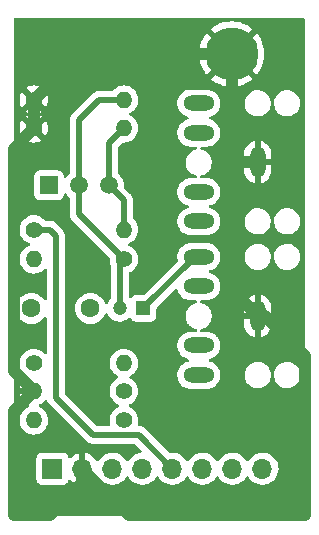
<source format=gbr>
%TF.GenerationSoftware,KiCad,Pcbnew,(6.0.7)*%
%TF.CreationDate,2022-12-16T00:38:36+00:00*%
%TF.ProjectId,CPC464-2MINITapeAdapter,43504334-3634-42d3-924d-494e49546170,rev?*%
%TF.SameCoordinates,Original*%
%TF.FileFunction,Copper,L2,Bot*%
%TF.FilePolarity,Positive*%
%FSLAX46Y46*%
G04 Gerber Fmt 4.6, Leading zero omitted, Abs format (unit mm)*
G04 Created by KiCad (PCBNEW (6.0.7)) date 2022-12-16 00:38:36*
%MOMM*%
%LPD*%
G01*
G04 APERTURE LIST*
%TA.AperFunction,ComponentPad*%
%ADD10C,1.400000*%
%TD*%
%TA.AperFunction,ComponentPad*%
%ADD11O,1.400000X1.400000*%
%TD*%
%TA.AperFunction,ComponentPad*%
%ADD12C,1.500000*%
%TD*%
%TA.AperFunction,ComponentPad*%
%ADD13R,1.500000X1.500000*%
%TD*%
%TA.AperFunction,ComponentPad*%
%ADD14R,1.700000X1.700000*%
%TD*%
%TA.AperFunction,ComponentPad*%
%ADD15O,1.700000X1.700000*%
%TD*%
%TA.AperFunction,ComponentPad*%
%ADD16C,1.200000*%
%TD*%
%TA.AperFunction,ComponentPad*%
%ADD17R,1.200000X1.200000*%
%TD*%
%TA.AperFunction,ComponentPad*%
%ADD18C,4.500000*%
%TD*%
%TA.AperFunction,ComponentPad*%
%ADD19C,1.600000*%
%TD*%
%TA.AperFunction,ComponentPad*%
%ADD20O,1.308000X2.616000*%
%TD*%
%TA.AperFunction,ComponentPad*%
%ADD21O,2.616000X1.308000*%
%TD*%
%TA.AperFunction,Conductor*%
%ADD22C,0.500000*%
%TD*%
%TA.AperFunction,Conductor*%
%ADD23C,1.000000*%
%TD*%
G04 APERTURE END LIST*
D10*
%TO.P,R318,1*%
%TO.N,DATAIN*%
X56533000Y-77266800D03*
D11*
%TO.P,R318,2*%
%TO.N,Net-(Q350-Pad3)*%
X64153000Y-77266800D03*
%TD*%
D10*
%TO.P,R314,1*%
%TO.N,GND*%
X56533000Y-68692129D03*
D11*
%TO.P,R314,2*%
%TO.N,Net-(Q350-Pad3)*%
X64153000Y-68692129D03*
%TD*%
D12*
%TO.P,Q350,3,E*%
%TO.N,Net-(Q350-Pad3)*%
X62883000Y-73522471D03*
%TO.P,Q350,2,B*%
%TO.N,Net-(R310-Pad1)*%
X60343000Y-73522471D03*
D13*
%TO.P,Q350,1,C*%
%TO.N,+5V*%
X57803000Y-73522471D03*
%TD*%
D10*
%TO.P,R313,1*%
%TO.N,GND*%
X56533000Y-66268600D03*
D11*
%TO.P,R313,2*%
%TO.N,Net-(R310-Pad1)*%
X64153000Y-66268600D03*
%TD*%
D14*
%TO.P,C353,1,Pin_1*%
%TO.N,+5V*%
X58104800Y-97510600D03*
D15*
%TO.P,C353,2,Pin_2*%
%TO.N,GND*%
X60644800Y-97510600D03*
%TO.P,C353,3,Pin_3*%
%TO.N,+5V*%
X63184800Y-97510600D03*
%TO.P,C353,4,Pin_4*%
%TO.N,DATAOUT*%
X65724800Y-97510600D03*
%TO.P,C353,5,Pin_5*%
%TO.N,DATAIN*%
X68264800Y-97510600D03*
%TO.P,C353,6,Pin_6*%
%TO.N,+5V*%
X70804800Y-97510600D03*
%TO.P,C353,7,Pin_7*%
%TO.N,SOUND*%
X73344800Y-97510600D03*
%TO.P,C353,8,Pin_8*%
%TO.N,MOTOR*%
X75884800Y-97510600D03*
%TD*%
D16*
%TO.P,C351,2*%
%TO.N,Net-(R310-Pad1)*%
X63786000Y-83947000D03*
D17*
%TO.P,C351,1*%
%TO.N,EAR*%
X65786000Y-83947000D03*
%TD*%
D18*
%TO.P,H5,1,1*%
%TO.N,GND*%
X73279000Y-62407800D03*
%TD*%
D11*
%TO.P,R315,2*%
%TO.N,+5V*%
X56533000Y-93421200D03*
D10*
%TO.P,R315,1*%
%TO.N,DATAOUT*%
X64153000Y-93421200D03*
%TD*%
D11*
%TO.P,R310,2*%
%TO.N,+5V*%
X56533000Y-79781400D03*
D10*
%TO.P,R310,1*%
%TO.N,Net-(R310-Pad1)*%
X64153000Y-79781400D03*
%TD*%
D11*
%TO.P,R316,2*%
%TO.N,GND*%
X56533000Y-90957400D03*
D10*
%TO.P,R316,1*%
%TO.N,MIC*%
X64153000Y-90957400D03*
%TD*%
D19*
%TO.P,C317,1*%
%TO.N,Net-(C317-Pad1)*%
X56319000Y-83947000D03*
%TO.P,C317,2*%
%TO.N,DATAOUT*%
X61319000Y-83947000D03*
%TD*%
D11*
%TO.P,R317,2*%
%TO.N,MIC*%
X64153000Y-88569800D03*
D10*
%TO.P,R317,1*%
%TO.N,Net-(C317-Pad1)*%
X56533000Y-88569800D03*
%TD*%
D20*
%TO.P,J350,1,1*%
%TO.N,GND*%
X75480800Y-71577200D03*
D21*
%TO.P,J350,2,2*%
%TO.N,MIC*%
X70480800Y-66577200D03*
%TO.P,J350,3,Ground*%
%TO.N,unconnected-(J350-Pad3)*%
X70480800Y-76577200D03*
%TO.P,J350,10,10*%
%TO.N,unconnected-(J350-Pad10)*%
X70480800Y-69077200D03*
%TO.P,J350,11,11*%
%TO.N,unconnected-(J350-Pad11)*%
X70480800Y-74077200D03*
%TD*%
D20*
%TO.P,J351,1,1*%
%TO.N,GND*%
X75480800Y-84582000D03*
D21*
%TO.P,J351,2,2*%
%TO.N,EAR*%
X70480800Y-79582000D03*
%TO.P,J351,3,Ground*%
%TO.N,unconnected-(J351-Pad3)*%
X70480800Y-89582000D03*
%TO.P,J351,10,10*%
%TO.N,unconnected-(J351-Pad10)*%
X70480800Y-82082000D03*
%TO.P,J351,11,11*%
%TO.N,unconnected-(J351-Pad11)*%
X70480800Y-87082000D03*
%TD*%
D22*
%TO.N,EAR*%
X70151000Y-79582000D02*
X70480800Y-79582000D01*
X65786000Y-83947000D02*
X70151000Y-79582000D01*
%TO.N,Net-(R310-Pad1)*%
X63786000Y-80148400D02*
X64153000Y-79781400D01*
X63786000Y-83947000D02*
X63786000Y-80148400D01*
X60343000Y-75971400D02*
X64153000Y-79781400D01*
X60343000Y-73522471D02*
X60343000Y-75971400D01*
X60343000Y-68003200D02*
X60343000Y-73522471D01*
X62077600Y-66268600D02*
X60343000Y-68003200D01*
X64153000Y-66268600D02*
X62077600Y-66268600D01*
%TO.N,Net-(Q350-Pad3)*%
X62883000Y-69962129D02*
X64153000Y-68692129D01*
X62883000Y-73522471D02*
X62883000Y-69962129D01*
X64153000Y-74792471D02*
X62883000Y-73522471D01*
X64153000Y-77266800D02*
X64153000Y-74792471D01*
%TO.N,DATAIN*%
X58394600Y-77800200D02*
X57861200Y-77266800D01*
X58394600Y-91516200D02*
X58394600Y-77800200D01*
X57861200Y-77266800D02*
X56533000Y-77266800D01*
X61518767Y-94640367D02*
X58394600Y-91516200D01*
X65394567Y-94640367D02*
X61518767Y-94640367D01*
X68264800Y-97510600D02*
X65394567Y-94640367D01*
D23*
%TO.N,GND*%
X64581800Y-101447600D02*
X60644800Y-97510600D01*
X79510000Y-101447600D02*
X64581800Y-101447600D01*
X76134800Y-84582000D02*
X79510000Y-87957200D01*
X79510000Y-87957200D02*
X79510000Y-101447600D01*
X75480800Y-84582000D02*
X76134800Y-84582000D01*
X73279000Y-82380200D02*
X75480800Y-84582000D01*
X73279000Y-70993000D02*
X73279000Y-82380200D01*
X73863200Y-71577200D02*
X75480800Y-71577200D01*
X73279000Y-70993000D02*
X73863200Y-71577200D01*
X73279000Y-62407800D02*
X73279000Y-70993000D01*
X56533000Y-66268600D02*
X60393800Y-62407800D01*
X60393800Y-62407800D02*
X73279000Y-62407800D01*
X56533000Y-68692129D02*
X56533000Y-66268600D01*
X54805200Y-70419929D02*
X56533000Y-68692129D01*
X54805200Y-89229600D02*
X54805200Y-70419929D01*
X56533000Y-90957400D02*
X54805200Y-89229600D01*
X54889400Y-101447600D02*
X54889400Y-92601000D01*
X57884481Y-101473000D02*
X54914800Y-101473000D01*
X54914800Y-101473000D02*
X54889400Y-101447600D01*
X54889400Y-92601000D02*
X56533000Y-90957400D01*
X60644800Y-98712681D02*
X57884481Y-101473000D01*
X60644800Y-97510600D02*
X60644800Y-98712681D01*
%TD*%
%TA.AperFunction,Conductor*%
%TO.N,GND*%
G36*
X79443621Y-59405702D02*
G01*
X79490114Y-59459358D01*
X79501500Y-59511700D01*
X79501500Y-101422700D01*
X79481498Y-101490821D01*
X79427842Y-101537314D01*
X79375500Y-101548700D01*
X54939700Y-101548700D01*
X54871579Y-101528698D01*
X54825086Y-101475042D01*
X54813700Y-101422700D01*
X54813700Y-98408734D01*
X56746300Y-98408734D01*
X56753055Y-98470916D01*
X56804185Y-98607305D01*
X56891539Y-98723861D01*
X57008095Y-98811215D01*
X57144484Y-98862345D01*
X57206666Y-98869100D01*
X59002934Y-98869100D01*
X59065116Y-98862345D01*
X59201505Y-98811215D01*
X59318061Y-98723861D01*
X59405415Y-98607305D01*
X59449598Y-98489448D01*
X59492240Y-98432684D01*
X59558801Y-98407984D01*
X59628150Y-98423192D01*
X59662817Y-98451180D01*
X59688018Y-98480273D01*
X59695380Y-98487483D01*
X59859234Y-98623516D01*
X59867681Y-98629431D01*
X60051556Y-98736879D01*
X60060842Y-98741329D01*
X60259801Y-98817303D01*
X60269699Y-98820179D01*
X60373050Y-98841206D01*
X60387099Y-98840010D01*
X60390800Y-98829665D01*
X60390800Y-96193702D01*
X60386882Y-96180358D01*
X60372606Y-96178371D01*
X60334124Y-96184260D01*
X60324088Y-96186651D01*
X60121668Y-96252812D01*
X60112159Y-96256809D01*
X59923263Y-96355142D01*
X59914538Y-96360636D01*
X59744233Y-96488505D01*
X59736526Y-96495348D01*
X59659278Y-96576184D01*
X59597754Y-96611614D01*
X59526842Y-96608157D01*
X59469055Y-96566911D01*
X59450202Y-96533363D01*
X59408567Y-96422303D01*
X59405415Y-96413895D01*
X59318061Y-96297339D01*
X59201505Y-96209985D01*
X59065116Y-96158855D01*
X59002934Y-96152100D01*
X57206666Y-96152100D01*
X57144484Y-96158855D01*
X57008095Y-96209985D01*
X56891539Y-96297339D01*
X56804185Y-96413895D01*
X56753055Y-96550284D01*
X56746300Y-96612466D01*
X56746300Y-98408734D01*
X54813700Y-98408734D01*
X54813700Y-84341864D01*
X54833702Y-84273743D01*
X54887358Y-84227250D01*
X54957632Y-84217146D01*
X55022212Y-84246640D01*
X55061407Y-84309253D01*
X55073410Y-84354047D01*
X55084716Y-84396243D01*
X55087039Y-84401224D01*
X55087039Y-84401225D01*
X55179151Y-84598762D01*
X55179154Y-84598767D01*
X55181477Y-84603749D01*
X55230684Y-84674024D01*
X55308599Y-84785297D01*
X55312802Y-84791300D01*
X55474700Y-84953198D01*
X55479208Y-84956355D01*
X55479211Y-84956357D01*
X55492786Y-84965862D01*
X55662251Y-85084523D01*
X55667233Y-85086846D01*
X55667238Y-85086849D01*
X55864775Y-85178961D01*
X55869757Y-85181284D01*
X55875065Y-85182706D01*
X55875067Y-85182707D01*
X56085598Y-85239119D01*
X56085600Y-85239119D01*
X56090913Y-85240543D01*
X56319000Y-85260498D01*
X56547087Y-85240543D01*
X56552400Y-85239119D01*
X56552402Y-85239119D01*
X56762933Y-85182707D01*
X56762935Y-85182706D01*
X56768243Y-85181284D01*
X56773225Y-85178961D01*
X56970762Y-85086849D01*
X56970767Y-85086846D01*
X56975749Y-85084523D01*
X57145214Y-84965862D01*
X57158789Y-84956357D01*
X57158792Y-84956355D01*
X57163300Y-84953198D01*
X57325198Y-84791300D01*
X57329402Y-84785297D01*
X57406887Y-84674636D01*
X57462344Y-84630308D01*
X57532963Y-84622999D01*
X57596324Y-84655030D01*
X57632309Y-84716231D01*
X57636100Y-84746907D01*
X57636100Y-87659633D01*
X57616098Y-87727754D01*
X57562442Y-87774247D01*
X57492168Y-87784351D01*
X57427588Y-87754857D01*
X57421005Y-87748728D01*
X57312776Y-87640499D01*
X57139558Y-87519211D01*
X57134580Y-87516890D01*
X57134577Y-87516888D01*
X56952892Y-87432167D01*
X56952891Y-87432166D01*
X56947910Y-87429844D01*
X56942602Y-87428422D01*
X56942600Y-87428421D01*
X56748970Y-87376538D01*
X56748968Y-87376538D01*
X56743655Y-87375114D01*
X56533000Y-87356684D01*
X56322345Y-87375114D01*
X56317032Y-87376538D01*
X56317030Y-87376538D01*
X56123400Y-87428421D01*
X56123398Y-87428422D01*
X56118090Y-87429844D01*
X56113109Y-87432166D01*
X56113108Y-87432167D01*
X55931423Y-87516888D01*
X55931420Y-87516890D01*
X55926442Y-87519211D01*
X55753224Y-87640499D01*
X55603699Y-87790024D01*
X55482411Y-87963242D01*
X55480090Y-87968220D01*
X55480088Y-87968223D01*
X55427968Y-88079995D01*
X55393044Y-88154890D01*
X55391622Y-88160198D01*
X55391621Y-88160200D01*
X55341485Y-88347309D01*
X55338314Y-88359145D01*
X55319884Y-88569800D01*
X55338314Y-88780455D01*
X55339738Y-88785768D01*
X55339738Y-88785770D01*
X55379822Y-88935363D01*
X55393044Y-88984710D01*
X55395366Y-88989691D01*
X55395367Y-88989692D01*
X55437193Y-89079387D01*
X55482411Y-89176358D01*
X55603699Y-89349576D01*
X55753224Y-89499101D01*
X55926442Y-89620389D01*
X55931420Y-89622710D01*
X55931423Y-89622712D01*
X55989259Y-89649681D01*
X56042544Y-89696598D01*
X56062005Y-89764876D01*
X56041463Y-89832835D01*
X55989258Y-89878071D01*
X55931677Y-89904921D01*
X55922189Y-89910398D01*
X55758058Y-90025325D01*
X55749650Y-90032381D01*
X55607981Y-90174050D01*
X55600925Y-90182458D01*
X55485998Y-90346589D01*
X55480521Y-90356077D01*
X55395842Y-90537673D01*
X55392092Y-90547977D01*
X55355134Y-90685903D01*
X55355470Y-90699999D01*
X55363412Y-90703400D01*
X56661000Y-90703400D01*
X56729121Y-90723402D01*
X56775614Y-90777058D01*
X56787000Y-90829400D01*
X56787000Y-91085400D01*
X56766998Y-91153521D01*
X56713342Y-91200014D01*
X56661000Y-91211400D01*
X55368561Y-91211400D01*
X55355030Y-91215373D01*
X55353801Y-91223922D01*
X55392092Y-91366823D01*
X55395842Y-91377127D01*
X55480521Y-91558723D01*
X55485998Y-91568211D01*
X55600925Y-91732342D01*
X55607981Y-91740750D01*
X55749650Y-91882419D01*
X55758058Y-91889475D01*
X55922189Y-92004402D01*
X55931677Y-92009879D01*
X56070964Y-92074829D01*
X56124250Y-92121746D01*
X56143711Y-92190023D01*
X56123169Y-92257983D01*
X56070966Y-92303218D01*
X56070373Y-92303495D01*
X55931423Y-92368288D01*
X55931420Y-92368290D01*
X55926442Y-92370611D01*
X55753224Y-92491899D01*
X55603699Y-92641424D01*
X55482411Y-92814642D01*
X55393044Y-93006290D01*
X55338314Y-93210545D01*
X55319884Y-93421200D01*
X55338314Y-93631855D01*
X55339738Y-93637168D01*
X55339738Y-93637170D01*
X55367182Y-93739590D01*
X55393044Y-93836110D01*
X55395366Y-93841091D01*
X55395367Y-93841092D01*
X55471815Y-94005034D01*
X55482411Y-94027758D01*
X55603699Y-94200976D01*
X55753224Y-94350501D01*
X55926442Y-94471789D01*
X55931420Y-94474110D01*
X55931423Y-94474112D01*
X56113108Y-94558833D01*
X56118090Y-94561156D01*
X56123398Y-94562578D01*
X56123400Y-94562579D01*
X56317030Y-94614462D01*
X56317032Y-94614462D01*
X56322345Y-94615886D01*
X56533000Y-94634316D01*
X56743655Y-94615886D01*
X56748968Y-94614462D01*
X56748970Y-94614462D01*
X56942600Y-94562579D01*
X56942602Y-94562578D01*
X56947910Y-94561156D01*
X56952892Y-94558833D01*
X57134577Y-94474112D01*
X57134580Y-94474110D01*
X57139558Y-94471789D01*
X57312776Y-94350501D01*
X57462301Y-94200976D01*
X57583589Y-94027758D01*
X57594186Y-94005034D01*
X57670633Y-93841092D01*
X57670634Y-93841091D01*
X57672956Y-93836110D01*
X57698819Y-93739590D01*
X57726262Y-93637170D01*
X57726262Y-93637168D01*
X57727686Y-93631855D01*
X57746116Y-93421200D01*
X57727686Y-93210545D01*
X57672956Y-93006290D01*
X57583589Y-92814642D01*
X57462301Y-92641424D01*
X57312776Y-92491899D01*
X57139558Y-92370611D01*
X57134580Y-92368290D01*
X57134577Y-92368288D01*
X56995627Y-92303495D01*
X56995034Y-92303219D01*
X56941750Y-92256302D01*
X56922289Y-92188025D01*
X56942831Y-92120065D01*
X56995036Y-92074829D01*
X57134323Y-92009879D01*
X57143811Y-92004402D01*
X57307942Y-91889475D01*
X57316350Y-91882419D01*
X57458017Y-91740752D01*
X57464700Y-91732788D01*
X57523811Y-91693463D01*
X57594799Y-91692339D01*
X57655125Y-91729771D01*
X57681087Y-91774950D01*
X57700249Y-91834099D01*
X57704045Y-91840355D01*
X57706551Y-91845828D01*
X57709270Y-91851258D01*
X57711767Y-91858137D01*
X57715780Y-91864257D01*
X57715780Y-91864258D01*
X57751786Y-91919176D01*
X57754123Y-91922880D01*
X57792005Y-91985307D01*
X57795721Y-91989515D01*
X57795722Y-91989516D01*
X57799403Y-91993684D01*
X57799376Y-91993708D01*
X57802029Y-91996700D01*
X57804732Y-91999933D01*
X57808744Y-92006052D01*
X57814056Y-92011084D01*
X57864983Y-92059328D01*
X57867425Y-92061706D01*
X60934997Y-95129278D01*
X60947383Y-95143690D01*
X60955916Y-95155285D01*
X60955921Y-95155290D01*
X60960259Y-95161185D01*
X60965837Y-95165924D01*
X60965840Y-95165927D01*
X61000535Y-95195402D01*
X61008051Y-95202332D01*
X61013746Y-95208027D01*
X61016628Y-95210307D01*
X61036018Y-95225648D01*
X61039422Y-95228439D01*
X61089470Y-95270958D01*
X61095052Y-95275700D01*
X61101568Y-95279028D01*
X61106617Y-95282395D01*
X61111746Y-95285562D01*
X61117483Y-95290101D01*
X61183642Y-95321022D01*
X61187536Y-95322925D01*
X61252575Y-95356136D01*
X61259683Y-95357875D01*
X61265326Y-95359974D01*
X61271089Y-95361891D01*
X61277717Y-95364989D01*
X61284879Y-95366479D01*
X61284880Y-95366479D01*
X61349179Y-95379853D01*
X61353463Y-95380823D01*
X61424377Y-95398175D01*
X61429979Y-95398523D01*
X61429982Y-95398523D01*
X61435531Y-95398867D01*
X61435529Y-95398903D01*
X61439522Y-95399142D01*
X61443714Y-95399516D01*
X61450882Y-95401007D01*
X61528287Y-95398913D01*
X61531695Y-95398867D01*
X65028196Y-95398867D01*
X65096317Y-95418869D01*
X65117291Y-95435772D01*
X65629403Y-95947884D01*
X65663429Y-96010196D01*
X65658364Y-96081011D01*
X65615817Y-96137847D01*
X65559367Y-96161529D01*
X65558714Y-96161629D01*
X65408891Y-96184555D01*
X65196556Y-96253957D01*
X64998407Y-96357107D01*
X64994274Y-96360210D01*
X64994271Y-96360212D01*
X64823900Y-96488130D01*
X64819765Y-96491235D01*
X64665429Y-96652738D01*
X64558001Y-96810221D01*
X64503093Y-96855221D01*
X64432568Y-96863392D01*
X64368821Y-96832138D01*
X64348124Y-96807654D01*
X64267622Y-96683217D01*
X64267620Y-96683214D01*
X64264814Y-96678877D01*
X64114470Y-96513651D01*
X64110419Y-96510452D01*
X64110415Y-96510448D01*
X63943214Y-96378400D01*
X63943210Y-96378398D01*
X63939159Y-96375198D01*
X63902828Y-96355142D01*
X63886936Y-96346369D01*
X63743589Y-96267238D01*
X63738720Y-96265514D01*
X63738716Y-96265512D01*
X63537887Y-96194395D01*
X63537883Y-96194394D01*
X63533012Y-96192669D01*
X63527919Y-96191762D01*
X63527916Y-96191761D01*
X63318173Y-96154400D01*
X63318167Y-96154399D01*
X63313084Y-96153494D01*
X63239252Y-96152592D01*
X63094881Y-96150828D01*
X63094879Y-96150828D01*
X63089711Y-96150765D01*
X62868891Y-96184555D01*
X62656556Y-96253957D01*
X62458407Y-96357107D01*
X62454274Y-96360210D01*
X62454271Y-96360212D01*
X62283900Y-96488130D01*
X62279765Y-96491235D01*
X62125429Y-96652738D01*
X62018004Y-96810218D01*
X62017698Y-96810666D01*
X61962787Y-96855669D01*
X61892262Y-96863840D01*
X61828515Y-96832586D01*
X61807818Y-96808102D01*
X61727226Y-96683526D01*
X61720936Y-96675357D01*
X61577606Y-96517840D01*
X61570073Y-96510815D01*
X61402939Y-96378822D01*
X61394352Y-96373117D01*
X61207917Y-96270199D01*
X61198505Y-96265969D01*
X60997759Y-96194880D01*
X60987788Y-96192246D01*
X60916637Y-96179572D01*
X60903340Y-96181032D01*
X60898800Y-96195589D01*
X60898800Y-98829117D01*
X60902864Y-98842959D01*
X60916278Y-98844993D01*
X60922984Y-98844134D01*
X60933062Y-98841992D01*
X61137055Y-98780791D01*
X61146642Y-98777033D01*
X61337895Y-98683339D01*
X61346745Y-98678064D01*
X61520128Y-98554392D01*
X61528000Y-98547739D01*
X61678852Y-98397412D01*
X61685530Y-98389565D01*
X61812822Y-98212419D01*
X61814079Y-98213322D01*
X61861173Y-98169962D01*
X61931111Y-98157745D01*
X61996551Y-98185278D01*
X62024379Y-98217111D01*
X62084787Y-98315688D01*
X62231050Y-98484538D01*
X62402926Y-98627232D01*
X62595800Y-98739938D01*
X62804492Y-98819630D01*
X62809560Y-98820661D01*
X62809563Y-98820662D01*
X62904662Y-98840010D01*
X63023397Y-98864167D01*
X63028572Y-98864357D01*
X63028574Y-98864357D01*
X63241473Y-98872164D01*
X63241477Y-98872164D01*
X63246637Y-98872353D01*
X63251757Y-98871697D01*
X63251759Y-98871697D01*
X63463088Y-98844625D01*
X63463089Y-98844625D01*
X63468216Y-98843968D01*
X63473166Y-98842483D01*
X63677229Y-98781261D01*
X63677234Y-98781259D01*
X63682184Y-98779774D01*
X63882794Y-98681496D01*
X64064660Y-98551773D01*
X64222896Y-98394089D01*
X64353253Y-98212677D01*
X64354576Y-98213628D01*
X64401445Y-98170457D01*
X64471380Y-98158225D01*
X64536826Y-98185744D01*
X64564675Y-98217594D01*
X64624787Y-98315688D01*
X64771050Y-98484538D01*
X64942926Y-98627232D01*
X65135800Y-98739938D01*
X65344492Y-98819630D01*
X65349560Y-98820661D01*
X65349563Y-98820662D01*
X65444662Y-98840010D01*
X65563397Y-98864167D01*
X65568572Y-98864357D01*
X65568574Y-98864357D01*
X65781473Y-98872164D01*
X65781477Y-98872164D01*
X65786637Y-98872353D01*
X65791757Y-98871697D01*
X65791759Y-98871697D01*
X66003088Y-98844625D01*
X66003089Y-98844625D01*
X66008216Y-98843968D01*
X66013166Y-98842483D01*
X66217229Y-98781261D01*
X66217234Y-98781259D01*
X66222184Y-98779774D01*
X66422794Y-98681496D01*
X66604660Y-98551773D01*
X66762896Y-98394089D01*
X66893253Y-98212677D01*
X66894576Y-98213628D01*
X66941445Y-98170457D01*
X67011380Y-98158225D01*
X67076826Y-98185744D01*
X67104675Y-98217594D01*
X67164787Y-98315688D01*
X67311050Y-98484538D01*
X67482926Y-98627232D01*
X67675800Y-98739938D01*
X67884492Y-98819630D01*
X67889560Y-98820661D01*
X67889563Y-98820662D01*
X67984662Y-98840010D01*
X68103397Y-98864167D01*
X68108572Y-98864357D01*
X68108574Y-98864357D01*
X68321473Y-98872164D01*
X68321477Y-98872164D01*
X68326637Y-98872353D01*
X68331757Y-98871697D01*
X68331759Y-98871697D01*
X68543088Y-98844625D01*
X68543089Y-98844625D01*
X68548216Y-98843968D01*
X68553166Y-98842483D01*
X68757229Y-98781261D01*
X68757234Y-98781259D01*
X68762184Y-98779774D01*
X68962794Y-98681496D01*
X69144660Y-98551773D01*
X69302896Y-98394089D01*
X69433253Y-98212677D01*
X69434576Y-98213628D01*
X69481445Y-98170457D01*
X69551380Y-98158225D01*
X69616826Y-98185744D01*
X69644675Y-98217594D01*
X69704787Y-98315688D01*
X69851050Y-98484538D01*
X70022926Y-98627232D01*
X70215800Y-98739938D01*
X70424492Y-98819630D01*
X70429560Y-98820661D01*
X70429563Y-98820662D01*
X70524662Y-98840010D01*
X70643397Y-98864167D01*
X70648572Y-98864357D01*
X70648574Y-98864357D01*
X70861473Y-98872164D01*
X70861477Y-98872164D01*
X70866637Y-98872353D01*
X70871757Y-98871697D01*
X70871759Y-98871697D01*
X71083088Y-98844625D01*
X71083089Y-98844625D01*
X71088216Y-98843968D01*
X71093166Y-98842483D01*
X71297229Y-98781261D01*
X71297234Y-98781259D01*
X71302184Y-98779774D01*
X71502794Y-98681496D01*
X71684660Y-98551773D01*
X71842896Y-98394089D01*
X71973253Y-98212677D01*
X71974576Y-98213628D01*
X72021445Y-98170457D01*
X72091380Y-98158225D01*
X72156826Y-98185744D01*
X72184675Y-98217594D01*
X72244787Y-98315688D01*
X72391050Y-98484538D01*
X72562926Y-98627232D01*
X72755800Y-98739938D01*
X72964492Y-98819630D01*
X72969560Y-98820661D01*
X72969563Y-98820662D01*
X73064662Y-98840010D01*
X73183397Y-98864167D01*
X73188572Y-98864357D01*
X73188574Y-98864357D01*
X73401473Y-98872164D01*
X73401477Y-98872164D01*
X73406637Y-98872353D01*
X73411757Y-98871697D01*
X73411759Y-98871697D01*
X73623088Y-98844625D01*
X73623089Y-98844625D01*
X73628216Y-98843968D01*
X73633166Y-98842483D01*
X73837229Y-98781261D01*
X73837234Y-98781259D01*
X73842184Y-98779774D01*
X74042794Y-98681496D01*
X74224660Y-98551773D01*
X74382896Y-98394089D01*
X74513253Y-98212677D01*
X74514576Y-98213628D01*
X74561445Y-98170457D01*
X74631380Y-98158225D01*
X74696826Y-98185744D01*
X74724675Y-98217594D01*
X74784787Y-98315688D01*
X74931050Y-98484538D01*
X75102926Y-98627232D01*
X75295800Y-98739938D01*
X75504492Y-98819630D01*
X75509560Y-98820661D01*
X75509563Y-98820662D01*
X75604662Y-98840010D01*
X75723397Y-98864167D01*
X75728572Y-98864357D01*
X75728574Y-98864357D01*
X75941473Y-98872164D01*
X75941477Y-98872164D01*
X75946637Y-98872353D01*
X75951757Y-98871697D01*
X75951759Y-98871697D01*
X76163088Y-98844625D01*
X76163089Y-98844625D01*
X76168216Y-98843968D01*
X76173166Y-98842483D01*
X76377229Y-98781261D01*
X76377234Y-98781259D01*
X76382184Y-98779774D01*
X76582794Y-98681496D01*
X76764660Y-98551773D01*
X76922896Y-98394089D01*
X77053253Y-98212677D01*
X77066795Y-98185278D01*
X77149936Y-98017053D01*
X77149937Y-98017051D01*
X77152230Y-98012411D01*
X77217170Y-97798669D01*
X77246329Y-97577190D01*
X77247956Y-97510600D01*
X77229652Y-97287961D01*
X77175231Y-97071302D01*
X77086154Y-96866440D01*
X76964814Y-96678877D01*
X76814470Y-96513651D01*
X76810419Y-96510452D01*
X76810415Y-96510448D01*
X76643214Y-96378400D01*
X76643210Y-96378398D01*
X76639159Y-96375198D01*
X76602828Y-96355142D01*
X76586936Y-96346369D01*
X76443589Y-96267238D01*
X76438720Y-96265514D01*
X76438716Y-96265512D01*
X76237887Y-96194395D01*
X76237883Y-96194394D01*
X76233012Y-96192669D01*
X76227919Y-96191762D01*
X76227916Y-96191761D01*
X76018173Y-96154400D01*
X76018167Y-96154399D01*
X76013084Y-96153494D01*
X75939252Y-96152592D01*
X75794881Y-96150828D01*
X75794879Y-96150828D01*
X75789711Y-96150765D01*
X75568891Y-96184555D01*
X75356556Y-96253957D01*
X75158407Y-96357107D01*
X75154274Y-96360210D01*
X75154271Y-96360212D01*
X74983900Y-96488130D01*
X74979765Y-96491235D01*
X74825429Y-96652738D01*
X74718001Y-96810221D01*
X74663093Y-96855221D01*
X74592568Y-96863392D01*
X74528821Y-96832138D01*
X74508124Y-96807654D01*
X74427622Y-96683217D01*
X74427620Y-96683214D01*
X74424814Y-96678877D01*
X74274470Y-96513651D01*
X74270419Y-96510452D01*
X74270415Y-96510448D01*
X74103214Y-96378400D01*
X74103210Y-96378398D01*
X74099159Y-96375198D01*
X74062828Y-96355142D01*
X74046936Y-96346369D01*
X73903589Y-96267238D01*
X73898720Y-96265514D01*
X73898716Y-96265512D01*
X73697887Y-96194395D01*
X73697883Y-96194394D01*
X73693012Y-96192669D01*
X73687919Y-96191762D01*
X73687916Y-96191761D01*
X73478173Y-96154400D01*
X73478167Y-96154399D01*
X73473084Y-96153494D01*
X73399252Y-96152592D01*
X73254881Y-96150828D01*
X73254879Y-96150828D01*
X73249711Y-96150765D01*
X73028891Y-96184555D01*
X72816556Y-96253957D01*
X72618407Y-96357107D01*
X72614274Y-96360210D01*
X72614271Y-96360212D01*
X72443900Y-96488130D01*
X72439765Y-96491235D01*
X72285429Y-96652738D01*
X72178001Y-96810221D01*
X72123093Y-96855221D01*
X72052568Y-96863392D01*
X71988821Y-96832138D01*
X71968124Y-96807654D01*
X71887622Y-96683217D01*
X71887620Y-96683214D01*
X71884814Y-96678877D01*
X71734470Y-96513651D01*
X71730419Y-96510452D01*
X71730415Y-96510448D01*
X71563214Y-96378400D01*
X71563210Y-96378398D01*
X71559159Y-96375198D01*
X71522828Y-96355142D01*
X71506936Y-96346369D01*
X71363589Y-96267238D01*
X71358720Y-96265514D01*
X71358716Y-96265512D01*
X71157887Y-96194395D01*
X71157883Y-96194394D01*
X71153012Y-96192669D01*
X71147919Y-96191762D01*
X71147916Y-96191761D01*
X70938173Y-96154400D01*
X70938167Y-96154399D01*
X70933084Y-96153494D01*
X70859252Y-96152592D01*
X70714881Y-96150828D01*
X70714879Y-96150828D01*
X70709711Y-96150765D01*
X70488891Y-96184555D01*
X70276556Y-96253957D01*
X70078407Y-96357107D01*
X70074274Y-96360210D01*
X70074271Y-96360212D01*
X69903900Y-96488130D01*
X69899765Y-96491235D01*
X69745429Y-96652738D01*
X69638001Y-96810221D01*
X69583093Y-96855221D01*
X69512568Y-96863392D01*
X69448821Y-96832138D01*
X69428124Y-96807654D01*
X69347622Y-96683217D01*
X69347620Y-96683214D01*
X69344814Y-96678877D01*
X69194470Y-96513651D01*
X69190419Y-96510452D01*
X69190415Y-96510448D01*
X69023214Y-96378400D01*
X69023210Y-96378398D01*
X69019159Y-96375198D01*
X68982828Y-96355142D01*
X68966936Y-96346369D01*
X68823589Y-96267238D01*
X68818720Y-96265514D01*
X68818716Y-96265512D01*
X68617887Y-96194395D01*
X68617883Y-96194394D01*
X68613012Y-96192669D01*
X68607919Y-96191762D01*
X68607916Y-96191761D01*
X68398173Y-96154400D01*
X68398167Y-96154399D01*
X68393084Y-96153494D01*
X68322570Y-96152633D01*
X68174882Y-96150828D01*
X68174880Y-96150828D01*
X68169711Y-96150765D01*
X68145956Y-96154400D01*
X68066185Y-96166606D01*
X67995823Y-96157138D01*
X67958032Y-96131151D01*
X65978337Y-94151456D01*
X65965951Y-94137044D01*
X65957418Y-94125449D01*
X65957413Y-94125444D01*
X65953075Y-94119549D01*
X65947497Y-94114810D01*
X65947494Y-94114807D01*
X65912799Y-94085332D01*
X65905283Y-94078402D01*
X65899588Y-94072707D01*
X65893447Y-94067849D01*
X65877316Y-94055086D01*
X65873912Y-94052295D01*
X65823864Y-94009776D01*
X65823862Y-94009775D01*
X65818282Y-94005034D01*
X65811766Y-94001706D01*
X65806717Y-93998339D01*
X65801588Y-93995172D01*
X65795851Y-93990633D01*
X65729692Y-93959712D01*
X65725792Y-93957806D01*
X65660759Y-93924598D01*
X65653651Y-93922859D01*
X65648008Y-93920760D01*
X65642245Y-93918843D01*
X65635617Y-93915745D01*
X65564150Y-93900880D01*
X65559866Y-93899910D01*
X65488957Y-93882559D01*
X65483355Y-93882211D01*
X65483352Y-93882211D01*
X65477803Y-93881867D01*
X65477805Y-93881831D01*
X65473812Y-93881592D01*
X65469620Y-93881218D01*
X65462452Y-93879727D01*
X65453162Y-93879978D01*
X65448770Y-93880097D01*
X65380134Y-93861944D01*
X65332207Y-93809565D01*
X65320207Y-93739590D01*
X65323657Y-93721532D01*
X65346262Y-93637170D01*
X65346262Y-93637168D01*
X65347686Y-93631855D01*
X65366116Y-93421200D01*
X65347686Y-93210545D01*
X65292956Y-93006290D01*
X65203589Y-92814642D01*
X65082301Y-92641424D01*
X64932776Y-92491899D01*
X64759558Y-92370611D01*
X64754580Y-92368290D01*
X64754577Y-92368288D01*
X64615627Y-92303495D01*
X64562342Y-92256578D01*
X64542881Y-92188301D01*
X64563423Y-92120341D01*
X64615627Y-92075105D01*
X64644362Y-92061706D01*
X64752921Y-92011084D01*
X64754577Y-92010312D01*
X64754580Y-92010310D01*
X64759558Y-92007989D01*
X64932776Y-91886701D01*
X65082301Y-91737176D01*
X65203589Y-91563958D01*
X65211348Y-91547320D01*
X65290633Y-91377292D01*
X65290634Y-91377291D01*
X65292956Y-91372310D01*
X65332717Y-91223922D01*
X65346262Y-91173370D01*
X65346262Y-91173368D01*
X65347686Y-91168055D01*
X65366116Y-90957400D01*
X65347686Y-90746745D01*
X65343322Y-90730459D01*
X65294379Y-90547800D01*
X65294378Y-90547798D01*
X65292956Y-90542490D01*
X65283310Y-90521804D01*
X65205912Y-90355823D01*
X65205910Y-90355820D01*
X65203589Y-90350842D01*
X65082301Y-90177624D01*
X64932776Y-90028099D01*
X64759558Y-89906811D01*
X64754580Y-89904490D01*
X64754577Y-89904488D01*
X64697333Y-89877795D01*
X64644048Y-89830878D01*
X64624587Y-89762600D01*
X64645129Y-89694640D01*
X64697333Y-89649405D01*
X64754577Y-89622712D01*
X64754580Y-89622710D01*
X64759558Y-89620389D01*
X64932776Y-89499101D01*
X65082301Y-89349576D01*
X65203589Y-89176358D01*
X65248808Y-89079387D01*
X65290633Y-88989692D01*
X65290634Y-88989691D01*
X65292956Y-88984710D01*
X65306179Y-88935363D01*
X65346262Y-88785770D01*
X65346262Y-88785768D01*
X65347686Y-88780455D01*
X65366116Y-88569800D01*
X65347686Y-88359145D01*
X65344515Y-88347309D01*
X65294379Y-88160200D01*
X65294378Y-88160198D01*
X65292956Y-88154890D01*
X65258032Y-88079995D01*
X65205912Y-87968223D01*
X65205910Y-87968220D01*
X65203589Y-87963242D01*
X65082301Y-87790024D01*
X64932776Y-87640499D01*
X64759558Y-87519211D01*
X64754580Y-87516890D01*
X64754577Y-87516888D01*
X64572892Y-87432167D01*
X64572891Y-87432166D01*
X64567910Y-87429844D01*
X64562602Y-87428422D01*
X64562600Y-87428421D01*
X64368970Y-87376538D01*
X64368968Y-87376538D01*
X64363655Y-87375114D01*
X64153000Y-87356684D01*
X63942345Y-87375114D01*
X63937032Y-87376538D01*
X63937030Y-87376538D01*
X63743400Y-87428421D01*
X63743398Y-87428422D01*
X63738090Y-87429844D01*
X63733109Y-87432166D01*
X63733108Y-87432167D01*
X63551423Y-87516888D01*
X63551420Y-87516890D01*
X63546442Y-87519211D01*
X63373224Y-87640499D01*
X63223699Y-87790024D01*
X63102411Y-87963242D01*
X63100090Y-87968220D01*
X63100088Y-87968223D01*
X63047968Y-88079995D01*
X63013044Y-88154890D01*
X63011622Y-88160198D01*
X63011621Y-88160200D01*
X62961485Y-88347309D01*
X62958314Y-88359145D01*
X62939884Y-88569800D01*
X62958314Y-88780455D01*
X62959738Y-88785768D01*
X62959738Y-88785770D01*
X62999822Y-88935363D01*
X63013044Y-88984710D01*
X63015366Y-88989691D01*
X63015367Y-88989692D01*
X63057193Y-89079387D01*
X63102411Y-89176358D01*
X63223699Y-89349576D01*
X63373224Y-89499101D01*
X63546442Y-89620389D01*
X63551420Y-89622710D01*
X63551423Y-89622712D01*
X63608667Y-89649405D01*
X63661952Y-89696322D01*
X63681413Y-89764600D01*
X63660871Y-89832560D01*
X63608667Y-89877795D01*
X63551423Y-89904488D01*
X63551420Y-89904490D01*
X63546442Y-89906811D01*
X63373224Y-90028099D01*
X63223699Y-90177624D01*
X63102411Y-90350842D01*
X63100090Y-90355820D01*
X63100088Y-90355823D01*
X63022690Y-90521804D01*
X63013044Y-90542490D01*
X63011622Y-90547798D01*
X63011621Y-90547800D01*
X62962678Y-90730459D01*
X62958314Y-90746745D01*
X62939884Y-90957400D01*
X62958314Y-91168055D01*
X62959738Y-91173368D01*
X62959738Y-91173370D01*
X62973284Y-91223922D01*
X63013044Y-91372310D01*
X63015366Y-91377291D01*
X63015367Y-91377292D01*
X63094653Y-91547320D01*
X63102411Y-91563958D01*
X63223699Y-91737176D01*
X63373224Y-91886701D01*
X63546442Y-92007989D01*
X63551420Y-92010310D01*
X63551423Y-92010312D01*
X63553079Y-92011084D01*
X63661639Y-92061706D01*
X63690373Y-92075105D01*
X63743658Y-92122022D01*
X63763119Y-92190299D01*
X63742577Y-92258259D01*
X63690373Y-92303495D01*
X63551423Y-92368288D01*
X63551420Y-92368290D01*
X63546442Y-92370611D01*
X63373224Y-92491899D01*
X63223699Y-92641424D01*
X63102411Y-92814642D01*
X63013044Y-93006290D01*
X62958314Y-93210545D01*
X62939884Y-93421200D01*
X62958314Y-93631855D01*
X62959738Y-93637168D01*
X62959738Y-93637170D01*
X62982805Y-93723256D01*
X62981115Y-93794232D01*
X62941321Y-93853028D01*
X62876057Y-93880976D01*
X62861098Y-93881867D01*
X61885138Y-93881867D01*
X61817017Y-93861865D01*
X61796043Y-93844962D01*
X59190005Y-91238924D01*
X59155979Y-91176612D01*
X59153100Y-91149829D01*
X59153100Y-77867270D01*
X59154533Y-77848320D01*
X59156699Y-77834085D01*
X59156699Y-77834081D01*
X59157799Y-77826851D01*
X59153515Y-77774182D01*
X59153100Y-77763967D01*
X59153100Y-77755907D01*
X59149809Y-77727680D01*
X59149378Y-77723321D01*
X59149096Y-77719846D01*
X59146225Y-77684557D01*
X59144054Y-77657862D01*
X59144053Y-77657859D01*
X59143460Y-77650564D01*
X59141204Y-77643600D01*
X59140017Y-77637661D01*
X59138630Y-77631790D01*
X59137782Y-77624519D01*
X59135286Y-77617643D01*
X59135284Y-77617634D01*
X59112875Y-77555902D01*
X59111465Y-77551798D01*
X59088952Y-77482301D01*
X59085156Y-77476046D01*
X59082657Y-77470587D01*
X59079929Y-77465139D01*
X59077433Y-77458263D01*
X59037405Y-77397210D01*
X59035081Y-77393527D01*
X59026304Y-77379062D01*
X58997195Y-77331093D01*
X58989798Y-77322717D01*
X58989825Y-77322693D01*
X58987170Y-77319699D01*
X58984468Y-77316468D01*
X58980456Y-77310348D01*
X58924217Y-77257072D01*
X58921775Y-77254694D01*
X58444970Y-76777889D01*
X58432584Y-76763477D01*
X58424051Y-76751882D01*
X58424046Y-76751877D01*
X58419708Y-76745982D01*
X58414130Y-76741243D01*
X58414127Y-76741240D01*
X58379432Y-76711765D01*
X58371916Y-76704835D01*
X58366221Y-76699140D01*
X58359037Y-76693456D01*
X58343949Y-76681519D01*
X58340545Y-76678728D01*
X58290497Y-76636209D01*
X58290495Y-76636208D01*
X58284915Y-76631467D01*
X58278399Y-76628139D01*
X58273350Y-76624772D01*
X58268221Y-76621605D01*
X58262484Y-76617066D01*
X58196325Y-76586145D01*
X58192425Y-76584239D01*
X58127392Y-76551031D01*
X58120284Y-76549292D01*
X58114641Y-76547193D01*
X58108878Y-76545276D01*
X58102250Y-76542178D01*
X58030783Y-76527313D01*
X58026499Y-76526343D01*
X58012036Y-76522804D01*
X57955590Y-76508992D01*
X57949988Y-76508644D01*
X57949985Y-76508644D01*
X57944436Y-76508300D01*
X57944438Y-76508264D01*
X57940445Y-76508025D01*
X57936253Y-76507651D01*
X57929085Y-76506160D01*
X57862875Y-76507951D01*
X57851679Y-76508254D01*
X57848272Y-76508300D01*
X57535767Y-76508300D01*
X57467646Y-76488298D01*
X57446672Y-76471395D01*
X57312776Y-76337499D01*
X57139558Y-76216211D01*
X57134580Y-76213890D01*
X57134577Y-76213888D01*
X56952892Y-76129167D01*
X56952891Y-76129166D01*
X56947910Y-76126844D01*
X56942602Y-76125422D01*
X56942600Y-76125421D01*
X56748970Y-76073538D01*
X56748968Y-76073538D01*
X56743655Y-76072114D01*
X56533000Y-76053684D01*
X56322345Y-76072114D01*
X56317032Y-76073538D01*
X56317030Y-76073538D01*
X56123400Y-76125421D01*
X56123398Y-76125422D01*
X56118090Y-76126844D01*
X56113109Y-76129166D01*
X56113108Y-76129167D01*
X55931423Y-76213888D01*
X55931420Y-76213890D01*
X55926442Y-76216211D01*
X55753224Y-76337499D01*
X55603699Y-76487024D01*
X55482411Y-76660242D01*
X55480090Y-76665220D01*
X55480088Y-76665223D01*
X55430696Y-76771145D01*
X55393044Y-76851890D01*
X55338314Y-77056145D01*
X55319884Y-77266800D01*
X55338314Y-77477455D01*
X55339738Y-77482768D01*
X55339738Y-77482770D01*
X55388455Y-77664582D01*
X55393044Y-77681710D01*
X55395366Y-77686691D01*
X55395367Y-77686692D01*
X55470736Y-77848320D01*
X55482411Y-77873358D01*
X55603699Y-78046576D01*
X55753224Y-78196101D01*
X55926442Y-78317389D01*
X55931420Y-78319710D01*
X55931423Y-78319712D01*
X56113101Y-78404430D01*
X56113105Y-78404431D01*
X56117906Y-78406670D01*
X56117907Y-78406671D01*
X56118090Y-78406756D01*
X56118073Y-78406793D01*
X56173757Y-78447792D01*
X56199096Y-78514114D01*
X56184556Y-78583605D01*
X56134754Y-78634205D01*
X56120057Y-78640917D01*
X56118090Y-78641444D01*
X56113105Y-78643769D01*
X56113101Y-78643770D01*
X55931423Y-78728488D01*
X55931420Y-78728490D01*
X55926442Y-78730811D01*
X55753224Y-78852099D01*
X55603699Y-79001624D01*
X55482411Y-79174842D01*
X55480090Y-79179820D01*
X55480088Y-79179823D01*
X55435981Y-79274411D01*
X55393044Y-79366490D01*
X55391622Y-79371798D01*
X55391621Y-79371800D01*
X55348267Y-79533601D01*
X55338314Y-79570745D01*
X55319884Y-79781400D01*
X55338314Y-79992055D01*
X55339738Y-79997368D01*
X55339738Y-79997370D01*
X55375714Y-80131632D01*
X55393044Y-80196310D01*
X55395366Y-80201291D01*
X55395367Y-80201292D01*
X55447809Y-80313753D01*
X55482411Y-80387958D01*
X55603699Y-80561176D01*
X55753224Y-80710701D01*
X55926442Y-80831989D01*
X55931420Y-80834310D01*
X55931423Y-80834312D01*
X56068749Y-80898348D01*
X56118090Y-80921356D01*
X56123398Y-80922778D01*
X56123400Y-80922779D01*
X56317030Y-80974662D01*
X56317032Y-80974662D01*
X56322345Y-80976086D01*
X56533000Y-80994516D01*
X56743655Y-80976086D01*
X56748968Y-80974662D01*
X56748970Y-80974662D01*
X56942600Y-80922779D01*
X56942602Y-80922778D01*
X56947910Y-80921356D01*
X56997251Y-80898348D01*
X57134577Y-80834312D01*
X57134580Y-80834310D01*
X57139558Y-80831989D01*
X57312776Y-80710701D01*
X57421005Y-80602472D01*
X57483317Y-80568446D01*
X57554132Y-80573511D01*
X57610968Y-80616058D01*
X57635779Y-80682578D01*
X57636100Y-80691567D01*
X57636100Y-83147093D01*
X57616098Y-83215214D01*
X57562442Y-83261707D01*
X57492168Y-83271811D01*
X57427588Y-83242317D01*
X57406887Y-83219364D01*
X57394793Y-83202091D01*
X57357429Y-83148730D01*
X57328357Y-83107211D01*
X57328355Y-83107208D01*
X57325198Y-83102700D01*
X57163300Y-82940802D01*
X57158792Y-82937645D01*
X57158789Y-82937643D01*
X57066048Y-82872705D01*
X56975749Y-82809477D01*
X56970767Y-82807154D01*
X56970762Y-82807151D01*
X56773225Y-82715039D01*
X56773224Y-82715039D01*
X56768243Y-82712716D01*
X56762935Y-82711294D01*
X56762933Y-82711293D01*
X56552402Y-82654881D01*
X56552400Y-82654881D01*
X56547087Y-82653457D01*
X56319000Y-82633502D01*
X56090913Y-82653457D01*
X56085600Y-82654881D01*
X56085598Y-82654881D01*
X55875067Y-82711293D01*
X55875065Y-82711294D01*
X55869757Y-82712716D01*
X55864776Y-82715039D01*
X55864775Y-82715039D01*
X55667238Y-82807151D01*
X55667233Y-82807154D01*
X55662251Y-82809477D01*
X55571952Y-82872705D01*
X55479211Y-82937643D01*
X55479208Y-82937645D01*
X55474700Y-82940802D01*
X55312802Y-83102700D01*
X55309645Y-83107208D01*
X55309643Y-83107211D01*
X55280571Y-83148730D01*
X55181477Y-83290251D01*
X55179154Y-83295233D01*
X55179151Y-83295238D01*
X55089010Y-83488548D01*
X55084716Y-83497757D01*
X55083294Y-83503065D01*
X55083293Y-83503067D01*
X55061407Y-83584747D01*
X55024455Y-83645370D01*
X54960594Y-83676391D01*
X54890100Y-83667963D01*
X54835353Y-83622760D01*
X54813700Y-83552136D01*
X54813700Y-74320605D01*
X56544500Y-74320605D01*
X56551255Y-74382787D01*
X56602385Y-74519176D01*
X56689739Y-74635732D01*
X56806295Y-74723086D01*
X56942684Y-74774216D01*
X57004866Y-74780971D01*
X58601134Y-74780971D01*
X58663316Y-74774216D01*
X58799705Y-74723086D01*
X58916261Y-74635732D01*
X59003615Y-74519176D01*
X59054745Y-74382787D01*
X59061500Y-74320605D01*
X59061500Y-74286047D01*
X59081502Y-74217926D01*
X59135158Y-74171433D01*
X59205432Y-74161329D01*
X59270012Y-74190823D01*
X59290713Y-74213776D01*
X59364499Y-74319153D01*
X59375251Y-74334509D01*
X59530962Y-74490220D01*
X59535471Y-74493377D01*
X59539496Y-74496755D01*
X59578819Y-74555866D01*
X59584500Y-74593273D01*
X59584500Y-75904330D01*
X59583067Y-75923280D01*
X59581170Y-75935753D01*
X59579801Y-75944749D01*
X59580394Y-75952041D01*
X59580394Y-75952044D01*
X59584085Y-75997418D01*
X59584500Y-76007633D01*
X59584500Y-76015693D01*
X59585884Y-76027568D01*
X59587789Y-76043907D01*
X59588222Y-76048282D01*
X59593117Y-76108458D01*
X59594140Y-76121037D01*
X59596396Y-76128001D01*
X59597587Y-76133960D01*
X59598971Y-76139815D01*
X59599818Y-76147081D01*
X59624735Y-76215727D01*
X59626152Y-76219855D01*
X59644028Y-76275034D01*
X59648649Y-76289299D01*
X59652445Y-76295554D01*
X59654951Y-76301028D01*
X59657670Y-76306458D01*
X59660167Y-76313337D01*
X59664180Y-76319457D01*
X59664180Y-76319458D01*
X59700186Y-76374376D01*
X59702523Y-76378080D01*
X59740405Y-76440507D01*
X59744121Y-76444715D01*
X59744122Y-76444716D01*
X59747803Y-76448884D01*
X59747776Y-76448908D01*
X59750429Y-76451900D01*
X59753132Y-76455133D01*
X59757144Y-76461252D01*
X59762456Y-76466284D01*
X59813383Y-76514528D01*
X59815825Y-76516906D01*
X62909635Y-79610716D01*
X62943661Y-79673028D01*
X62946061Y-79710792D01*
X62940363Y-79775924D01*
X62939884Y-79781400D01*
X62958314Y-79992055D01*
X62959738Y-79997368D01*
X62959738Y-79997370D01*
X62995714Y-80131632D01*
X63013044Y-80196310D01*
X63015367Y-80201292D01*
X63015369Y-80201297D01*
X63015694Y-80201994D01*
X63015805Y-80202495D01*
X63017250Y-80206465D01*
X63016727Y-80206655D01*
X63027500Y-80255245D01*
X63027500Y-83080609D01*
X63007498Y-83148730D01*
X62984580Y-83175338D01*
X62982821Y-83176881D01*
X62978478Y-83180690D01*
X62974911Y-83185215D01*
X62974906Y-83185220D01*
X62914609Y-83261707D01*
X62852351Y-83340681D01*
X62849662Y-83345792D01*
X62849660Y-83345795D01*
X62773288Y-83490954D01*
X62723869Y-83541926D01*
X62654736Y-83558089D01*
X62587840Y-83534310D01*
X62547585Y-83485535D01*
X62458851Y-83295242D01*
X62458847Y-83295236D01*
X62456523Y-83290251D01*
X62357429Y-83148730D01*
X62328357Y-83107211D01*
X62328355Y-83107208D01*
X62325198Y-83102700D01*
X62163300Y-82940802D01*
X62158792Y-82937645D01*
X62158789Y-82937643D01*
X62066048Y-82872705D01*
X61975749Y-82809477D01*
X61970767Y-82807154D01*
X61970762Y-82807151D01*
X61773225Y-82715039D01*
X61773224Y-82715039D01*
X61768243Y-82712716D01*
X61762935Y-82711294D01*
X61762933Y-82711293D01*
X61552402Y-82654881D01*
X61552400Y-82654881D01*
X61547087Y-82653457D01*
X61319000Y-82633502D01*
X61090913Y-82653457D01*
X61085600Y-82654881D01*
X61085598Y-82654881D01*
X60875067Y-82711293D01*
X60875065Y-82711294D01*
X60869757Y-82712716D01*
X60864776Y-82715039D01*
X60864775Y-82715039D01*
X60667238Y-82807151D01*
X60667233Y-82807154D01*
X60662251Y-82809477D01*
X60571952Y-82872705D01*
X60479211Y-82937643D01*
X60479208Y-82937645D01*
X60474700Y-82940802D01*
X60312802Y-83102700D01*
X60309645Y-83107208D01*
X60309643Y-83107211D01*
X60280571Y-83148730D01*
X60181477Y-83290251D01*
X60179154Y-83295233D01*
X60179151Y-83295238D01*
X60089010Y-83488548D01*
X60084716Y-83497757D01*
X60083294Y-83503065D01*
X60083293Y-83503067D01*
X60026881Y-83713598D01*
X60025457Y-83718913D01*
X60005502Y-83947000D01*
X60025457Y-84175087D01*
X60026881Y-84180400D01*
X60026881Y-84180402D01*
X60073410Y-84354047D01*
X60084716Y-84396243D01*
X60087039Y-84401224D01*
X60087039Y-84401225D01*
X60179151Y-84598762D01*
X60179154Y-84598767D01*
X60181477Y-84603749D01*
X60230684Y-84674024D01*
X60308599Y-84785297D01*
X60312802Y-84791300D01*
X60474700Y-84953198D01*
X60479208Y-84956355D01*
X60479211Y-84956357D01*
X60492786Y-84965862D01*
X60662251Y-85084523D01*
X60667233Y-85086846D01*
X60667238Y-85086849D01*
X60864775Y-85178961D01*
X60869757Y-85181284D01*
X60875065Y-85182706D01*
X60875067Y-85182707D01*
X61085598Y-85239119D01*
X61085600Y-85239119D01*
X61090913Y-85240543D01*
X61319000Y-85260498D01*
X61547087Y-85240543D01*
X61552400Y-85239119D01*
X61552402Y-85239119D01*
X61762933Y-85182707D01*
X61762935Y-85182706D01*
X61768243Y-85181284D01*
X61773225Y-85178961D01*
X61970762Y-85086849D01*
X61970767Y-85086846D01*
X61975749Y-85084523D01*
X62145214Y-84965862D01*
X62158789Y-84956357D01*
X62158792Y-84956355D01*
X62163300Y-84953198D01*
X62325198Y-84791300D01*
X62329402Y-84785297D01*
X62407316Y-84674024D01*
X62456523Y-84603749D01*
X62548617Y-84406250D01*
X62595534Y-84352966D01*
X62663811Y-84333505D01*
X62731771Y-84354047D01*
X62777238Y-84406749D01*
X62821898Y-84503624D01*
X62939479Y-84669997D01*
X62943613Y-84674024D01*
X63066469Y-84793705D01*
X63085410Y-84812157D01*
X63090206Y-84815362D01*
X63090209Y-84815364D01*
X63148204Y-84854115D01*
X63254803Y-84925342D01*
X63260106Y-84927620D01*
X63260109Y-84927622D01*
X63436680Y-85003483D01*
X63441987Y-85005763D01*
X63514817Y-85022243D01*
X63635055Y-85049450D01*
X63635060Y-85049451D01*
X63640692Y-85050725D01*
X63646463Y-85050952D01*
X63646465Y-85050952D01*
X63709470Y-85053427D01*
X63844263Y-85058723D01*
X64045883Y-85029490D01*
X64051347Y-85027635D01*
X64051352Y-85027634D01*
X64233327Y-84965862D01*
X64233332Y-84965860D01*
X64238799Y-84964004D01*
X64258095Y-84953198D01*
X64334764Y-84910261D01*
X64416551Y-84864458D01*
X64545621Y-84757111D01*
X64610786Y-84728930D01*
X64680841Y-84740454D01*
X64734520Y-84791398D01*
X64735385Y-84793705D01*
X64822739Y-84910261D01*
X64939295Y-84997615D01*
X65075684Y-85048745D01*
X65137866Y-85055500D01*
X66434134Y-85055500D01*
X66496316Y-85048745D01*
X66632705Y-84997615D01*
X66749261Y-84910261D01*
X66836615Y-84793705D01*
X66887745Y-84657316D01*
X66894500Y-84595134D01*
X66894500Y-83963371D01*
X66914502Y-83895250D01*
X66931405Y-83874276D01*
X68486554Y-82319127D01*
X68548866Y-82285101D01*
X68619681Y-82290166D01*
X68676517Y-82332713D01*
X68697355Y-82375609D01*
X68698123Y-82378476D01*
X68699101Y-82384166D01*
X68773050Y-82584613D01*
X68882289Y-82768228D01*
X68886095Y-82772568D01*
X68886098Y-82772572D01*
X68949092Y-82844402D01*
X69023160Y-82928860D01*
X69190945Y-83061131D01*
X69196056Y-83063820D01*
X69196059Y-83063822D01*
X69278528Y-83107211D01*
X69380025Y-83160611D01*
X69385546Y-83162325D01*
X69385550Y-83162327D01*
X69578552Y-83222256D01*
X69578557Y-83222257D01*
X69584067Y-83223968D01*
X69614518Y-83227572D01*
X69753855Y-83244064D01*
X69753861Y-83244064D01*
X69757542Y-83244500D01*
X70225026Y-83244500D01*
X70293147Y-83264502D01*
X70339640Y-83318158D01*
X70349744Y-83388432D01*
X70320250Y-83453012D01*
X70260495Y-83491405D01*
X70238843Y-83497757D01*
X70067266Y-83548092D01*
X70061939Y-83550836D01*
X70061938Y-83550836D01*
X69884551Y-83642196D01*
X69884548Y-83642198D01*
X69879220Y-83644942D01*
X69712880Y-83775604D01*
X69708948Y-83780135D01*
X69708945Y-83780138D01*
X69625134Y-83876722D01*
X69574248Y-83935363D01*
X69571248Y-83940549D01*
X69571245Y-83940553D01*
X69564348Y-83952475D01*
X69468327Y-84118454D01*
X69398939Y-84318271D01*
X69398078Y-84324206D01*
X69398078Y-84324208D01*
X69387634Y-84396243D01*
X69368587Y-84527604D01*
X69378367Y-84738899D01*
X69379771Y-84744724D01*
X69379771Y-84744725D01*
X69423300Y-84925342D01*
X69427925Y-84944534D01*
X69430407Y-84949992D01*
X69430408Y-84949996D01*
X69473853Y-85045546D01*
X69515474Y-85137087D01*
X69588861Y-85240543D01*
X69626119Y-85293067D01*
X69637854Y-85309611D01*
X69790650Y-85455881D01*
X69968348Y-85570620D01*
X69973914Y-85572863D01*
X70158968Y-85647442D01*
X70158971Y-85647443D01*
X70164537Y-85649686D01*
X70244476Y-85665297D01*
X70267717Y-85669836D01*
X70330741Y-85702524D01*
X70366088Y-85764096D01*
X70362535Y-85835004D01*
X70321211Y-85892734D01*
X70255235Y-85918959D01*
X70243567Y-85919500D01*
X69772604Y-85919500D01*
X69662660Y-85929603D01*
X69619799Y-85933541D01*
X69619797Y-85933541D01*
X69614044Y-85934070D01*
X69484029Y-85970738D01*
X69413972Y-85990496D01*
X69413970Y-85990497D01*
X69408413Y-85992064D01*
X69403237Y-85994616D01*
X69403233Y-85994618D01*
X69221974Y-86084005D01*
X69216793Y-86086560D01*
X69212167Y-86090014D01*
X69212166Y-86090015D01*
X69050227Y-86210940D01*
X69045603Y-86214393D01*
X69041689Y-86218627D01*
X69041687Y-86218629D01*
X68909885Y-86361213D01*
X68900576Y-86371283D01*
X68786568Y-86551975D01*
X68707397Y-86750418D01*
X68706272Y-86756075D01*
X68706270Y-86756081D01*
X68666843Y-86954297D01*
X68665716Y-86959965D01*
X68665640Y-86965740D01*
X68665640Y-86965744D01*
X68665242Y-86996183D01*
X68662919Y-87173599D01*
X68699101Y-87384166D01*
X68773050Y-87584613D01*
X68776002Y-87589574D01*
X68776002Y-87589575D01*
X68870688Y-87748728D01*
X68882289Y-87768228D01*
X68886095Y-87772568D01*
X68886098Y-87772572D01*
X69019353Y-87924519D01*
X69023160Y-87928860D01*
X69190945Y-88061131D01*
X69196056Y-88063820D01*
X69196059Y-88063822D01*
X69221943Y-88077440D01*
X69380025Y-88160611D01*
X69546685Y-88212360D01*
X69605806Y-88251661D01*
X69634297Y-88316691D01*
X69623107Y-88386800D01*
X69575790Y-88439730D01*
X69543519Y-88453960D01*
X69413972Y-88490496D01*
X69413970Y-88490497D01*
X69408413Y-88492064D01*
X69403237Y-88494616D01*
X69403233Y-88494618D01*
X69261881Y-88564325D01*
X69216793Y-88586560D01*
X69212167Y-88590014D01*
X69212166Y-88590015D01*
X69054005Y-88708119D01*
X69045603Y-88714393D01*
X69041689Y-88718627D01*
X69041687Y-88718629D01*
X68916193Y-88854389D01*
X68900576Y-88871283D01*
X68786568Y-89051975D01*
X68707397Y-89250418D01*
X68706272Y-89256075D01*
X68706270Y-89256081D01*
X68671459Y-89431091D01*
X68665716Y-89459965D01*
X68665640Y-89465740D01*
X68665640Y-89465744D01*
X68665162Y-89502260D01*
X68662919Y-89673599D01*
X68663898Y-89679296D01*
X68663898Y-89679297D01*
X68698006Y-89877795D01*
X68699101Y-89884166D01*
X68773050Y-90084613D01*
X68776002Y-90089574D01*
X68776002Y-90089575D01*
X68828386Y-90177624D01*
X68882289Y-90268228D01*
X68886095Y-90272568D01*
X68886098Y-90272572D01*
X68987674Y-90388396D01*
X69023160Y-90428860D01*
X69190945Y-90561131D01*
X69196056Y-90563820D01*
X69196059Y-90563822D01*
X69215376Y-90573985D01*
X69380025Y-90660611D01*
X69385546Y-90662325D01*
X69385550Y-90662327D01*
X69578552Y-90722256D01*
X69578557Y-90722257D01*
X69584067Y-90723968D01*
X69614518Y-90727572D01*
X69753855Y-90744064D01*
X69753861Y-90744064D01*
X69757542Y-90744500D01*
X71188996Y-90744500D01*
X71298940Y-90734397D01*
X71341801Y-90730459D01*
X71341803Y-90730459D01*
X71347556Y-90729930D01*
X71503664Y-90685903D01*
X71547628Y-90673504D01*
X71547630Y-90673503D01*
X71553187Y-90671936D01*
X71558363Y-90669384D01*
X71558367Y-90669382D01*
X71739626Y-90579995D01*
X71744807Y-90577440D01*
X71750937Y-90572863D01*
X71911373Y-90453060D01*
X71911374Y-90453059D01*
X71915997Y-90449607D01*
X71931870Y-90432436D01*
X72057105Y-90296957D01*
X72057107Y-90296954D01*
X72061024Y-90292717D01*
X72175032Y-90112025D01*
X72254203Y-89913582D01*
X72255328Y-89907925D01*
X72255330Y-89907919D01*
X72294757Y-89709703D01*
X72294757Y-89709699D01*
X72295884Y-89704035D01*
X72295982Y-89696598D01*
X72298194Y-89527604D01*
X74368587Y-89527604D01*
X74378367Y-89738899D01*
X74379771Y-89744724D01*
X74379771Y-89744725D01*
X74420466Y-89913582D01*
X74427925Y-89944534D01*
X74430407Y-89949992D01*
X74430408Y-89949996D01*
X74476215Y-90050742D01*
X74515474Y-90137087D01*
X74637854Y-90309611D01*
X74790650Y-90455881D01*
X74968348Y-90570620D01*
X75028446Y-90594840D01*
X75158968Y-90647442D01*
X75158971Y-90647443D01*
X75164537Y-90649686D01*
X75372137Y-90690228D01*
X75377699Y-90690500D01*
X75533646Y-90690500D01*
X75691366Y-90675452D01*
X75894334Y-90615908D01*
X75899662Y-90613164D01*
X76077049Y-90521804D01*
X76077052Y-90521802D01*
X76082380Y-90519058D01*
X76248720Y-90388396D01*
X76252652Y-90383865D01*
X76252655Y-90383862D01*
X76383421Y-90233167D01*
X76387352Y-90228637D01*
X76390352Y-90223451D01*
X76390355Y-90223447D01*
X76490267Y-90050742D01*
X76493273Y-90045546D01*
X76562661Y-89845729D01*
X76564531Y-89832835D01*
X76592152Y-89642336D01*
X76592152Y-89642333D01*
X76593013Y-89636396D01*
X76587977Y-89527604D01*
X76868587Y-89527604D01*
X76878367Y-89738899D01*
X76879771Y-89744724D01*
X76879771Y-89744725D01*
X76920466Y-89913582D01*
X76927925Y-89944534D01*
X76930407Y-89949992D01*
X76930408Y-89949996D01*
X76976215Y-90050742D01*
X77015474Y-90137087D01*
X77137854Y-90309611D01*
X77290650Y-90455881D01*
X77468348Y-90570620D01*
X77528446Y-90594840D01*
X77658968Y-90647442D01*
X77658971Y-90647443D01*
X77664537Y-90649686D01*
X77872137Y-90690228D01*
X77877699Y-90690500D01*
X78033646Y-90690500D01*
X78191366Y-90675452D01*
X78394334Y-90615908D01*
X78399662Y-90613164D01*
X78577049Y-90521804D01*
X78577052Y-90521802D01*
X78582380Y-90519058D01*
X78748720Y-90388396D01*
X78752652Y-90383865D01*
X78752655Y-90383862D01*
X78883421Y-90233167D01*
X78887352Y-90228637D01*
X78890352Y-90223451D01*
X78890355Y-90223447D01*
X78990267Y-90050742D01*
X78993273Y-90045546D01*
X79062661Y-89845729D01*
X79064531Y-89832835D01*
X79092152Y-89642336D01*
X79092152Y-89642333D01*
X79093013Y-89636396D01*
X79083233Y-89425101D01*
X79042499Y-89256081D01*
X79035081Y-89225299D01*
X79035080Y-89225297D01*
X79033675Y-89219466D01*
X78990325Y-89124122D01*
X78969985Y-89079387D01*
X78946126Y-89026913D01*
X78823746Y-88854389D01*
X78670950Y-88708119D01*
X78493252Y-88593380D01*
X78421157Y-88564325D01*
X78302632Y-88516558D01*
X78302629Y-88516557D01*
X78297063Y-88514314D01*
X78089463Y-88473772D01*
X78083901Y-88473500D01*
X77927954Y-88473500D01*
X77770234Y-88488548D01*
X77567266Y-88548092D01*
X77561939Y-88550836D01*
X77561938Y-88550836D01*
X77384551Y-88642196D01*
X77384548Y-88642198D01*
X77379220Y-88644942D01*
X77212880Y-88775604D01*
X77208948Y-88780135D01*
X77208945Y-88780138D01*
X77140274Y-88859275D01*
X77074248Y-88935363D01*
X77071248Y-88940549D01*
X77071245Y-88940553D01*
X77024112Y-89022026D01*
X76968327Y-89118454D01*
X76898939Y-89318271D01*
X76898078Y-89324206D01*
X76898078Y-89324208D01*
X76872262Y-89502260D01*
X76868587Y-89527604D01*
X76587977Y-89527604D01*
X76583233Y-89425101D01*
X76542499Y-89256081D01*
X76535081Y-89225299D01*
X76535080Y-89225297D01*
X76533675Y-89219466D01*
X76490325Y-89124122D01*
X76469985Y-89079387D01*
X76446126Y-89026913D01*
X76323746Y-88854389D01*
X76170950Y-88708119D01*
X75993252Y-88593380D01*
X75921157Y-88564325D01*
X75802632Y-88516558D01*
X75802629Y-88516557D01*
X75797063Y-88514314D01*
X75589463Y-88473772D01*
X75583901Y-88473500D01*
X75427954Y-88473500D01*
X75270234Y-88488548D01*
X75067266Y-88548092D01*
X75061939Y-88550836D01*
X75061938Y-88550836D01*
X74884551Y-88642196D01*
X74884548Y-88642198D01*
X74879220Y-88644942D01*
X74712880Y-88775604D01*
X74708948Y-88780135D01*
X74708945Y-88780138D01*
X74640274Y-88859275D01*
X74574248Y-88935363D01*
X74571248Y-88940549D01*
X74571245Y-88940553D01*
X74524112Y-89022026D01*
X74468327Y-89118454D01*
X74398939Y-89318271D01*
X74398078Y-89324206D01*
X74398078Y-89324208D01*
X74372262Y-89502260D01*
X74368587Y-89527604D01*
X72298194Y-89527604D01*
X72298681Y-89490401D01*
X72287461Y-89425101D01*
X72263478Y-89285531D01*
X72263478Y-89285530D01*
X72262499Y-89279834D01*
X72188550Y-89079387D01*
X72160577Y-89032368D01*
X72082267Y-88900740D01*
X72082265Y-88900737D01*
X72079311Y-88895772D01*
X72075505Y-88891432D01*
X72075502Y-88891428D01*
X71942247Y-88739481D01*
X71938440Y-88735140D01*
X71770655Y-88602869D01*
X71765544Y-88600180D01*
X71765541Y-88600178D01*
X71600154Y-88513164D01*
X71581575Y-88503389D01*
X71414915Y-88451640D01*
X71355794Y-88412339D01*
X71327303Y-88347309D01*
X71338493Y-88277200D01*
X71385810Y-88224270D01*
X71418081Y-88210040D01*
X71547628Y-88173504D01*
X71547630Y-88173503D01*
X71553187Y-88171936D01*
X71558363Y-88169384D01*
X71558367Y-88169382D01*
X71739626Y-88079995D01*
X71744807Y-88077440D01*
X71897738Y-87963242D01*
X71911373Y-87953060D01*
X71911374Y-87953059D01*
X71915997Y-87949607D01*
X71931870Y-87932436D01*
X72057105Y-87796957D01*
X72057107Y-87796954D01*
X72061024Y-87792717D01*
X72175032Y-87612025D01*
X72254203Y-87413582D01*
X72255328Y-87407925D01*
X72255330Y-87407919D01*
X72294757Y-87209703D01*
X72294757Y-87209699D01*
X72295884Y-87204035D01*
X72296283Y-87173599D01*
X72298605Y-86996183D01*
X72298681Y-86990401D01*
X72262499Y-86779834D01*
X72188550Y-86579387D01*
X72079311Y-86395772D01*
X72075505Y-86391432D01*
X72075502Y-86391428D01*
X71942247Y-86239481D01*
X71938440Y-86235140D01*
X71770655Y-86102869D01*
X71765544Y-86100180D01*
X71765541Y-86100178D01*
X71598369Y-86012225D01*
X71581575Y-86003389D01*
X71576054Y-86001675D01*
X71576050Y-86001673D01*
X71383048Y-85941744D01*
X71383043Y-85941743D01*
X71377533Y-85940032D01*
X71327160Y-85934070D01*
X71207745Y-85919936D01*
X71207739Y-85919936D01*
X71204058Y-85919500D01*
X70736574Y-85919500D01*
X70668453Y-85899498D01*
X70621960Y-85845842D01*
X70611856Y-85775568D01*
X70641350Y-85710988D01*
X70701105Y-85672595D01*
X70786844Y-85647442D01*
X70894334Y-85615908D01*
X70977911Y-85572863D01*
X71077049Y-85521804D01*
X71077052Y-85521802D01*
X71082380Y-85519058D01*
X71248720Y-85388396D01*
X71252652Y-85383865D01*
X71252655Y-85383862D01*
X71336466Y-85287278D01*
X74318800Y-85287278D01*
X74319066Y-85293067D01*
X74332834Y-85442908D01*
X74334932Y-85454229D01*
X74389762Y-85648643D01*
X74393887Y-85659390D01*
X74483234Y-85840565D01*
X74489246Y-85850374D01*
X74610104Y-86012225D01*
X74617811Y-86020785D01*
X74766149Y-86157907D01*
X74775274Y-86164908D01*
X74946120Y-86272704D01*
X74956364Y-86277924D01*
X75143997Y-86352782D01*
X75155026Y-86356049D01*
X75209032Y-86366791D01*
X75221906Y-86365639D01*
X75225874Y-86353353D01*
X75734800Y-86353353D01*
X75738606Y-86366315D01*
X75753522Y-86368251D01*
X75777139Y-86364193D01*
X75788259Y-86361213D01*
X75977781Y-86291295D01*
X75988159Y-86286345D01*
X76161767Y-86183059D01*
X76171076Y-86176295D01*
X76322957Y-86043100D01*
X76330867Y-86034765D01*
X76455932Y-85876121D01*
X76462203Y-85866464D01*
X76556254Y-85687702D01*
X76560662Y-85677059D01*
X76620565Y-85484143D01*
X76622955Y-85472899D01*
X76642364Y-85308915D01*
X76642800Y-85301512D01*
X76642800Y-84854115D01*
X76638325Y-84838876D01*
X76636935Y-84837671D01*
X76629252Y-84836000D01*
X75752915Y-84836000D01*
X75737676Y-84840475D01*
X75736471Y-84841865D01*
X75734800Y-84849548D01*
X75734800Y-86353353D01*
X75225874Y-86353353D01*
X75226800Y-86350484D01*
X75226800Y-84854115D01*
X75222325Y-84838876D01*
X75220935Y-84837671D01*
X75213252Y-84836000D01*
X74336915Y-84836000D01*
X74321676Y-84840475D01*
X74320471Y-84841865D01*
X74318800Y-84849548D01*
X74318800Y-85287278D01*
X71336466Y-85287278D01*
X71383421Y-85233167D01*
X71387352Y-85228637D01*
X71390352Y-85223451D01*
X71390355Y-85223447D01*
X71490267Y-85050742D01*
X71493273Y-85045546D01*
X71562661Y-84845729D01*
X71563655Y-84838876D01*
X71592152Y-84642336D01*
X71592152Y-84642333D01*
X71593013Y-84636396D01*
X71583233Y-84425101D01*
X71555466Y-84309885D01*
X74318800Y-84309885D01*
X74323275Y-84325124D01*
X74324665Y-84326329D01*
X74332348Y-84328000D01*
X75208685Y-84328000D01*
X75223924Y-84323525D01*
X75225129Y-84322135D01*
X75226800Y-84314452D01*
X75226800Y-84309885D01*
X75734800Y-84309885D01*
X75739275Y-84325124D01*
X75740665Y-84326329D01*
X75748348Y-84328000D01*
X76624685Y-84328000D01*
X76639924Y-84323525D01*
X76641129Y-84322135D01*
X76642800Y-84314452D01*
X76642800Y-83876722D01*
X76642534Y-83870933D01*
X76628766Y-83721092D01*
X76626668Y-83709771D01*
X76571838Y-83515357D01*
X76567713Y-83504610D01*
X76478366Y-83323435D01*
X76472354Y-83313626D01*
X76351496Y-83151775D01*
X76343789Y-83143215D01*
X76195451Y-83006093D01*
X76186326Y-82999092D01*
X76015480Y-82891296D01*
X76005236Y-82886076D01*
X75817603Y-82811218D01*
X75806574Y-82807951D01*
X75752568Y-82797209D01*
X75739694Y-82798361D01*
X75734800Y-82813516D01*
X75734800Y-84309885D01*
X75226800Y-84309885D01*
X75226800Y-82810647D01*
X75222994Y-82797685D01*
X75208078Y-82795749D01*
X75184461Y-82799807D01*
X75173341Y-82802787D01*
X74983819Y-82872705D01*
X74973441Y-82877655D01*
X74799833Y-82980941D01*
X74790524Y-82987705D01*
X74638643Y-83120900D01*
X74630733Y-83129235D01*
X74505668Y-83287879D01*
X74499397Y-83297536D01*
X74405346Y-83476298D01*
X74400938Y-83486941D01*
X74341035Y-83679857D01*
X74338645Y-83691101D01*
X74319236Y-83855085D01*
X74318800Y-83862488D01*
X74318800Y-84309885D01*
X71555466Y-84309885D01*
X71533675Y-84219466D01*
X71511006Y-84169607D01*
X71448606Y-84032368D01*
X71446126Y-84026913D01*
X71337853Y-83874276D01*
X71327212Y-83859275D01*
X71327211Y-83859274D01*
X71323746Y-83854389D01*
X71178705Y-83715543D01*
X71175280Y-83712264D01*
X71170950Y-83708119D01*
X70993252Y-83593380D01*
X70890912Y-83552136D01*
X70802632Y-83516558D01*
X70802629Y-83516557D01*
X70797063Y-83514314D01*
X70693883Y-83494164D01*
X70630859Y-83461476D01*
X70595512Y-83399904D01*
X70599065Y-83328996D01*
X70640389Y-83271266D01*
X70706365Y-83245041D01*
X70718033Y-83244500D01*
X71188996Y-83244500D01*
X71298940Y-83234397D01*
X71341801Y-83230459D01*
X71341803Y-83230459D01*
X71347556Y-83229930D01*
X71522148Y-83180690D01*
X71547628Y-83173504D01*
X71547630Y-83173503D01*
X71553187Y-83171936D01*
X71558363Y-83169384D01*
X71558367Y-83169382D01*
X71739626Y-83079995D01*
X71744807Y-83077440D01*
X71778422Y-83052339D01*
X71911373Y-82953060D01*
X71911374Y-82953059D01*
X71915997Y-82949607D01*
X71920534Y-82944699D01*
X72057105Y-82796957D01*
X72057107Y-82796954D01*
X72061024Y-82792717D01*
X72175032Y-82612025D01*
X72254203Y-82413582D01*
X72255328Y-82407925D01*
X72255330Y-82407919D01*
X72294757Y-82209703D01*
X72294757Y-82209699D01*
X72295884Y-82204035D01*
X72296283Y-82173599D01*
X72298605Y-81996183D01*
X72298681Y-81990401D01*
X72262499Y-81779834D01*
X72188550Y-81579387D01*
X72079311Y-81395772D01*
X72075505Y-81391432D01*
X72075502Y-81391428D01*
X71942247Y-81239481D01*
X71938440Y-81235140D01*
X71770655Y-81102869D01*
X71765544Y-81100180D01*
X71765541Y-81100178D01*
X71662243Y-81045830D01*
X71581575Y-81003389D01*
X71414915Y-80951640D01*
X71355794Y-80912339D01*
X71327303Y-80847309D01*
X71338493Y-80777200D01*
X71385810Y-80724270D01*
X71418081Y-80710040D01*
X71547628Y-80673504D01*
X71547630Y-80673503D01*
X71553187Y-80671936D01*
X71558363Y-80669384D01*
X71558367Y-80669382D01*
X71739626Y-80579995D01*
X71744807Y-80577440D01*
X71750937Y-80572863D01*
X71911373Y-80453060D01*
X71911374Y-80453059D01*
X71915997Y-80449607D01*
X72041579Y-80313753D01*
X72057105Y-80296957D01*
X72057107Y-80296954D01*
X72061024Y-80292717D01*
X72175032Y-80112025D01*
X72254203Y-79913582D01*
X72255328Y-79907925D01*
X72255330Y-79907919D01*
X72294757Y-79709703D01*
X72294757Y-79709699D01*
X72295884Y-79704035D01*
X72296283Y-79673599D01*
X72298194Y-79527604D01*
X74368587Y-79527604D01*
X74378367Y-79738899D01*
X74379771Y-79744724D01*
X74379771Y-79744725D01*
X74420466Y-79913582D01*
X74427925Y-79944534D01*
X74430407Y-79949992D01*
X74430408Y-79949996D01*
X74473853Y-80045546D01*
X74515474Y-80137087D01*
X74637854Y-80309611D01*
X74790650Y-80455881D01*
X74968348Y-80570620D01*
X75028446Y-80594840D01*
X75158968Y-80647442D01*
X75158971Y-80647443D01*
X75164537Y-80649686D01*
X75372137Y-80690228D01*
X75377699Y-80690500D01*
X75533646Y-80690500D01*
X75691366Y-80675452D01*
X75894334Y-80615908D01*
X75920422Y-80602472D01*
X76077049Y-80521804D01*
X76077052Y-80521802D01*
X76082380Y-80519058D01*
X76248720Y-80388396D01*
X76252652Y-80383865D01*
X76252655Y-80383862D01*
X76383421Y-80233167D01*
X76387352Y-80228637D01*
X76390352Y-80223451D01*
X76390355Y-80223447D01*
X76490267Y-80050742D01*
X76493273Y-80045546D01*
X76562661Y-79845729D01*
X76563522Y-79839792D01*
X76592152Y-79642336D01*
X76592152Y-79642333D01*
X76593013Y-79636396D01*
X76587977Y-79527604D01*
X76868587Y-79527604D01*
X76878367Y-79738899D01*
X76879771Y-79744724D01*
X76879771Y-79744725D01*
X76920466Y-79913582D01*
X76927925Y-79944534D01*
X76930407Y-79949992D01*
X76930408Y-79949996D01*
X76973853Y-80045546D01*
X77015474Y-80137087D01*
X77137854Y-80309611D01*
X77290650Y-80455881D01*
X77468348Y-80570620D01*
X77528446Y-80594840D01*
X77658968Y-80647442D01*
X77658971Y-80647443D01*
X77664537Y-80649686D01*
X77872137Y-80690228D01*
X77877699Y-80690500D01*
X78033646Y-80690500D01*
X78191366Y-80675452D01*
X78394334Y-80615908D01*
X78420422Y-80602472D01*
X78577049Y-80521804D01*
X78577052Y-80521802D01*
X78582380Y-80519058D01*
X78748720Y-80388396D01*
X78752652Y-80383865D01*
X78752655Y-80383862D01*
X78883421Y-80233167D01*
X78887352Y-80228637D01*
X78890352Y-80223451D01*
X78890355Y-80223447D01*
X78990267Y-80050742D01*
X78993273Y-80045546D01*
X79062661Y-79845729D01*
X79063522Y-79839792D01*
X79092152Y-79642336D01*
X79092152Y-79642333D01*
X79093013Y-79636396D01*
X79083233Y-79425101D01*
X79042499Y-79256081D01*
X79035081Y-79225299D01*
X79035080Y-79225297D01*
X79033675Y-79219466D01*
X79015651Y-79179823D01*
X78969985Y-79079387D01*
X78946126Y-79026913D01*
X78823746Y-78854389D01*
X78670950Y-78708119D01*
X78493252Y-78593380D01*
X78433154Y-78569160D01*
X78302632Y-78516558D01*
X78302629Y-78516557D01*
X78297063Y-78514314D01*
X78089463Y-78473772D01*
X78083901Y-78473500D01*
X77927954Y-78473500D01*
X77770234Y-78488548D01*
X77567266Y-78548092D01*
X77561939Y-78550836D01*
X77561938Y-78550836D01*
X77384551Y-78642196D01*
X77384548Y-78642198D01*
X77379220Y-78644942D01*
X77212880Y-78775604D01*
X77208948Y-78780135D01*
X77208945Y-78780138D01*
X77143121Y-78855994D01*
X77074248Y-78935363D01*
X77071248Y-78940549D01*
X77071245Y-78940553D01*
X77024112Y-79022026D01*
X76968327Y-79118454D01*
X76898939Y-79318271D01*
X76898078Y-79324206D01*
X76898078Y-79324208D01*
X76891178Y-79371800D01*
X76868587Y-79527604D01*
X76587977Y-79527604D01*
X76583233Y-79425101D01*
X76542499Y-79256081D01*
X76535081Y-79225299D01*
X76535080Y-79225297D01*
X76533675Y-79219466D01*
X76515651Y-79179823D01*
X76469985Y-79079387D01*
X76446126Y-79026913D01*
X76323746Y-78854389D01*
X76170950Y-78708119D01*
X75993252Y-78593380D01*
X75933154Y-78569160D01*
X75802632Y-78516558D01*
X75802629Y-78516557D01*
X75797063Y-78514314D01*
X75589463Y-78473772D01*
X75583901Y-78473500D01*
X75427954Y-78473500D01*
X75270234Y-78488548D01*
X75067266Y-78548092D01*
X75061939Y-78550836D01*
X75061938Y-78550836D01*
X74884551Y-78642196D01*
X74884548Y-78642198D01*
X74879220Y-78644942D01*
X74712880Y-78775604D01*
X74708948Y-78780135D01*
X74708945Y-78780138D01*
X74643121Y-78855994D01*
X74574248Y-78935363D01*
X74571248Y-78940549D01*
X74571245Y-78940553D01*
X74524112Y-79022026D01*
X74468327Y-79118454D01*
X74398939Y-79318271D01*
X74398078Y-79324206D01*
X74398078Y-79324208D01*
X74391178Y-79371800D01*
X74368587Y-79527604D01*
X72298194Y-79527604D01*
X72298681Y-79490401D01*
X72287461Y-79425101D01*
X72263478Y-79285531D01*
X72263478Y-79285530D01*
X72262499Y-79279834D01*
X72188550Y-79079387D01*
X72160577Y-79032368D01*
X72082267Y-78900740D01*
X72082265Y-78900737D01*
X72079311Y-78895772D01*
X72075505Y-78891432D01*
X72075502Y-78891428D01*
X71942247Y-78739481D01*
X71938440Y-78735140D01*
X71770655Y-78602869D01*
X71765544Y-78600180D01*
X71765541Y-78600178D01*
X71602340Y-78514314D01*
X71581575Y-78503389D01*
X71576054Y-78501675D01*
X71576050Y-78501673D01*
X71383048Y-78441744D01*
X71383043Y-78441743D01*
X71377533Y-78440032D01*
X71327160Y-78434070D01*
X71207745Y-78419936D01*
X71207739Y-78419936D01*
X71204058Y-78419500D01*
X69772604Y-78419500D01*
X69662660Y-78429603D01*
X69619799Y-78433541D01*
X69619797Y-78433541D01*
X69614044Y-78434070D01*
X69505811Y-78464595D01*
X69413972Y-78490496D01*
X69413970Y-78490497D01*
X69408413Y-78492064D01*
X69403237Y-78494616D01*
X69403233Y-78494618D01*
X69253853Y-78568284D01*
X69216793Y-78586560D01*
X69212167Y-78590014D01*
X69212166Y-78590015D01*
X69054005Y-78708119D01*
X69045603Y-78714393D01*
X69041689Y-78718627D01*
X69041687Y-78718629D01*
X68916193Y-78854389D01*
X68900576Y-78871283D01*
X68786568Y-79051975D01*
X68707397Y-79250418D01*
X68706272Y-79256075D01*
X68706270Y-79256081D01*
X68671459Y-79431091D01*
X68665716Y-79459965D01*
X68665640Y-79465740D01*
X68665640Y-79465744D01*
X68665242Y-79496183D01*
X68662919Y-79673599D01*
X68663898Y-79679296D01*
X68663898Y-79679297D01*
X68699101Y-79884166D01*
X68696743Y-79884571D01*
X68695295Y-79945224D01*
X68664376Y-79995943D01*
X65858724Y-82801595D01*
X65796412Y-82835621D01*
X65769629Y-82838500D01*
X65137866Y-82838500D01*
X65075684Y-82845255D01*
X64939295Y-82896385D01*
X64822739Y-82983739D01*
X64817358Y-82990919D01*
X64817357Y-82990920D01*
X64771326Y-83052339D01*
X64714467Y-83094854D01*
X64643648Y-83099880D01*
X64581355Y-83065820D01*
X64547365Y-83003489D01*
X64544500Y-82976774D01*
X64544500Y-81012543D01*
X64564502Y-80944422D01*
X64617249Y-80898349D01*
X64690184Y-80864339D01*
X64754577Y-80834312D01*
X64754580Y-80834310D01*
X64759558Y-80831989D01*
X64932776Y-80710701D01*
X65082301Y-80561176D01*
X65203589Y-80387958D01*
X65238192Y-80313753D01*
X65290633Y-80201292D01*
X65290634Y-80201291D01*
X65292956Y-80196310D01*
X65310287Y-80131632D01*
X65346262Y-79997370D01*
X65346262Y-79997368D01*
X65347686Y-79992055D01*
X65366116Y-79781400D01*
X65347686Y-79570745D01*
X65337733Y-79533601D01*
X65294379Y-79371800D01*
X65294378Y-79371798D01*
X65292956Y-79366490D01*
X65250019Y-79274411D01*
X65205912Y-79179823D01*
X65205910Y-79179820D01*
X65203589Y-79174842D01*
X65082301Y-79001624D01*
X64932776Y-78852099D01*
X64759558Y-78730811D01*
X64754580Y-78728490D01*
X64754577Y-78728488D01*
X64572899Y-78643770D01*
X64572895Y-78643769D01*
X64568094Y-78641530D01*
X64568093Y-78641529D01*
X64567910Y-78641444D01*
X64567927Y-78641407D01*
X64512243Y-78600408D01*
X64486904Y-78534086D01*
X64501444Y-78464595D01*
X64551246Y-78413995D01*
X64565943Y-78407283D01*
X64567910Y-78406756D01*
X64572895Y-78404431D01*
X64572899Y-78404430D01*
X64754577Y-78319712D01*
X64754580Y-78319710D01*
X64759558Y-78317389D01*
X64932776Y-78196101D01*
X65082301Y-78046576D01*
X65203589Y-77873358D01*
X65215265Y-77848320D01*
X65290633Y-77686692D01*
X65290634Y-77686691D01*
X65292956Y-77681710D01*
X65297546Y-77664582D01*
X65346262Y-77482770D01*
X65346262Y-77482768D01*
X65347686Y-77477455D01*
X65366116Y-77266800D01*
X65347686Y-77056145D01*
X65292956Y-76851890D01*
X65255304Y-76771145D01*
X65207580Y-76668799D01*
X68662919Y-76668799D01*
X68663898Y-76674496D01*
X68663898Y-76674497D01*
X68693524Y-76846908D01*
X68699101Y-76879366D01*
X68773050Y-77079813D01*
X68776002Y-77084774D01*
X68776002Y-77084775D01*
X68878508Y-77257072D01*
X68882289Y-77263428D01*
X68886095Y-77267768D01*
X68886098Y-77267772D01*
X69019353Y-77419719D01*
X69023160Y-77424060D01*
X69190945Y-77556331D01*
X69196056Y-77559020D01*
X69196059Y-77559022D01*
X69215376Y-77569185D01*
X69380025Y-77655811D01*
X69385546Y-77657525D01*
X69385550Y-77657527D01*
X69578552Y-77717456D01*
X69578557Y-77717457D01*
X69584067Y-77719168D01*
X69614518Y-77722772D01*
X69753855Y-77739264D01*
X69753861Y-77739264D01*
X69757542Y-77739700D01*
X71188996Y-77739700D01*
X71298940Y-77729597D01*
X71341801Y-77725659D01*
X71341803Y-77725659D01*
X71347556Y-77725130D01*
X71501512Y-77681710D01*
X71547628Y-77668704D01*
X71547630Y-77668703D01*
X71553187Y-77667136D01*
X71558363Y-77664584D01*
X71558367Y-77664582D01*
X71739626Y-77575195D01*
X71744807Y-77572640D01*
X71750937Y-77568063D01*
X71911373Y-77448260D01*
X71911374Y-77448259D01*
X71915997Y-77444807D01*
X71931870Y-77427636D01*
X72057105Y-77292157D01*
X72057107Y-77292154D01*
X72061024Y-77287917D01*
X72175032Y-77107225D01*
X72254203Y-76908782D01*
X72255328Y-76903125D01*
X72255330Y-76903119D01*
X72294757Y-76704903D01*
X72294757Y-76704899D01*
X72295884Y-76699235D01*
X72296153Y-76678728D01*
X72297866Y-76547847D01*
X72298194Y-76522804D01*
X74368587Y-76522804D01*
X74378367Y-76734099D01*
X74379771Y-76739924D01*
X74379771Y-76739925D01*
X74420466Y-76908782D01*
X74427925Y-76939734D01*
X74430407Y-76945192D01*
X74430408Y-76945196D01*
X74473853Y-77040746D01*
X74515474Y-77132287D01*
X74637854Y-77304811D01*
X74790650Y-77451081D01*
X74968348Y-77565820D01*
X75028446Y-77590040D01*
X75158968Y-77642642D01*
X75158971Y-77642643D01*
X75164537Y-77644886D01*
X75372137Y-77685428D01*
X75377699Y-77685700D01*
X75533646Y-77685700D01*
X75691366Y-77670652D01*
X75894334Y-77611108D01*
X75899662Y-77608364D01*
X76077049Y-77517004D01*
X76077052Y-77517002D01*
X76082380Y-77514258D01*
X76248720Y-77383596D01*
X76252652Y-77379065D01*
X76252655Y-77379062D01*
X76383421Y-77228367D01*
X76387352Y-77223837D01*
X76390352Y-77218651D01*
X76390355Y-77218647D01*
X76490267Y-77045942D01*
X76493273Y-77040746D01*
X76562661Y-76840929D01*
X76563522Y-76834992D01*
X76592152Y-76637536D01*
X76592152Y-76637533D01*
X76593013Y-76631596D01*
X76587977Y-76522804D01*
X76868587Y-76522804D01*
X76878367Y-76734099D01*
X76879771Y-76739924D01*
X76879771Y-76739925D01*
X76920466Y-76908782D01*
X76927925Y-76939734D01*
X76930407Y-76945192D01*
X76930408Y-76945196D01*
X76973853Y-77040746D01*
X77015474Y-77132287D01*
X77137854Y-77304811D01*
X77290650Y-77451081D01*
X77468348Y-77565820D01*
X77528446Y-77590040D01*
X77658968Y-77642642D01*
X77658971Y-77642643D01*
X77664537Y-77644886D01*
X77872137Y-77685428D01*
X77877699Y-77685700D01*
X78033646Y-77685700D01*
X78191366Y-77670652D01*
X78394334Y-77611108D01*
X78399662Y-77608364D01*
X78577049Y-77517004D01*
X78577052Y-77517002D01*
X78582380Y-77514258D01*
X78748720Y-77383596D01*
X78752652Y-77379065D01*
X78752655Y-77379062D01*
X78883421Y-77228367D01*
X78887352Y-77223837D01*
X78890352Y-77218651D01*
X78890355Y-77218647D01*
X78990267Y-77045942D01*
X78993273Y-77040746D01*
X79062661Y-76840929D01*
X79063522Y-76834992D01*
X79092152Y-76637536D01*
X79092152Y-76637533D01*
X79093013Y-76631596D01*
X79083233Y-76420301D01*
X79046917Y-76269611D01*
X79035081Y-76220499D01*
X79035080Y-76220497D01*
X79033675Y-76214666D01*
X79006071Y-76153953D01*
X78968642Y-76071635D01*
X78946126Y-76022113D01*
X78823746Y-75849589D01*
X78670950Y-75703319D01*
X78493252Y-75588580D01*
X78433154Y-75564360D01*
X78302632Y-75511758D01*
X78302629Y-75511757D01*
X78297063Y-75509514D01*
X78089463Y-75468972D01*
X78083901Y-75468700D01*
X77927954Y-75468700D01*
X77770234Y-75483748D01*
X77567266Y-75543292D01*
X77561939Y-75546036D01*
X77561938Y-75546036D01*
X77384551Y-75637396D01*
X77384548Y-75637398D01*
X77379220Y-75640142D01*
X77212880Y-75770804D01*
X77208948Y-75775335D01*
X77208945Y-75775338D01*
X77140274Y-75854475D01*
X77074248Y-75930563D01*
X77071248Y-75935749D01*
X77071245Y-75935753D01*
X76991535Y-76073538D01*
X76968327Y-76113654D01*
X76898939Y-76313471D01*
X76898078Y-76319406D01*
X76898078Y-76319408D01*
X76870590Y-76508992D01*
X76868587Y-76522804D01*
X76587977Y-76522804D01*
X76583233Y-76420301D01*
X76546917Y-76269611D01*
X76535081Y-76220499D01*
X76535080Y-76220497D01*
X76533675Y-76214666D01*
X76506071Y-76153953D01*
X76468642Y-76071635D01*
X76446126Y-76022113D01*
X76323746Y-75849589D01*
X76170950Y-75703319D01*
X75993252Y-75588580D01*
X75933154Y-75564360D01*
X75802632Y-75511758D01*
X75802629Y-75511757D01*
X75797063Y-75509514D01*
X75589463Y-75468972D01*
X75583901Y-75468700D01*
X75427954Y-75468700D01*
X75270234Y-75483748D01*
X75067266Y-75543292D01*
X75061939Y-75546036D01*
X75061938Y-75546036D01*
X74884551Y-75637396D01*
X74884548Y-75637398D01*
X74879220Y-75640142D01*
X74712880Y-75770804D01*
X74708948Y-75775335D01*
X74708945Y-75775338D01*
X74640274Y-75854475D01*
X74574248Y-75930563D01*
X74571248Y-75935749D01*
X74571245Y-75935753D01*
X74491535Y-76073538D01*
X74468327Y-76113654D01*
X74398939Y-76313471D01*
X74398078Y-76319406D01*
X74398078Y-76319408D01*
X74370590Y-76508992D01*
X74368587Y-76522804D01*
X72298194Y-76522804D01*
X72298681Y-76485601D01*
X72290933Y-76440507D01*
X72263478Y-76280731D01*
X72263478Y-76280730D01*
X72262499Y-76275034D01*
X72188550Y-76074587D01*
X72171597Y-76046092D01*
X72082267Y-75895940D01*
X72082265Y-75895937D01*
X72079311Y-75890972D01*
X72075505Y-75886632D01*
X72075502Y-75886628D01*
X71942247Y-75734681D01*
X71938440Y-75730340D01*
X71770655Y-75598069D01*
X71765544Y-75595380D01*
X71765541Y-75595378D01*
X71600154Y-75508364D01*
X71581575Y-75498589D01*
X71414915Y-75446840D01*
X71355794Y-75407539D01*
X71327303Y-75342509D01*
X71338493Y-75272400D01*
X71385810Y-75219470D01*
X71418081Y-75205240D01*
X71547628Y-75168704D01*
X71547630Y-75168703D01*
X71553187Y-75167136D01*
X71558363Y-75164584D01*
X71558367Y-75164582D01*
X71739626Y-75075195D01*
X71744807Y-75072640D01*
X71915997Y-74944807D01*
X71931870Y-74927636D01*
X72057105Y-74792157D01*
X72057107Y-74792154D01*
X72061024Y-74787917D01*
X72175032Y-74607225D01*
X72254203Y-74408782D01*
X72255328Y-74403125D01*
X72255330Y-74403119D01*
X72294757Y-74204903D01*
X72294757Y-74204899D01*
X72295884Y-74199235D01*
X72296283Y-74168799D01*
X72298605Y-73991383D01*
X72298681Y-73985601D01*
X72262499Y-73775034D01*
X72188550Y-73574587D01*
X72160802Y-73527947D01*
X72082267Y-73395940D01*
X72082265Y-73395937D01*
X72079311Y-73390972D01*
X72075505Y-73386632D01*
X72075502Y-73386628D01*
X71942247Y-73234681D01*
X71938440Y-73230340D01*
X71770655Y-73098069D01*
X71765544Y-73095380D01*
X71765541Y-73095378D01*
X71598369Y-73007425D01*
X71581575Y-72998589D01*
X71576054Y-72996875D01*
X71576050Y-72996873D01*
X71383048Y-72936944D01*
X71383043Y-72936943D01*
X71377533Y-72935232D01*
X71327160Y-72929270D01*
X71207745Y-72915136D01*
X71207739Y-72915136D01*
X71204058Y-72914700D01*
X70736574Y-72914700D01*
X70668453Y-72894698D01*
X70621960Y-72841042D01*
X70611856Y-72770768D01*
X70641350Y-72706188D01*
X70701105Y-72667795D01*
X70786844Y-72642642D01*
X70894334Y-72611108D01*
X70977911Y-72568063D01*
X71077049Y-72517004D01*
X71077052Y-72517002D01*
X71082380Y-72514258D01*
X71248720Y-72383596D01*
X71252652Y-72379065D01*
X71252655Y-72379062D01*
X71336466Y-72282478D01*
X74318800Y-72282478D01*
X74319066Y-72288267D01*
X74332834Y-72438108D01*
X74334932Y-72449429D01*
X74389762Y-72643843D01*
X74393887Y-72654590D01*
X74483234Y-72835765D01*
X74489246Y-72845574D01*
X74610104Y-73007425D01*
X74617811Y-73015985D01*
X74766149Y-73153107D01*
X74775274Y-73160108D01*
X74946120Y-73267904D01*
X74956364Y-73273124D01*
X75143997Y-73347982D01*
X75155026Y-73351249D01*
X75209032Y-73361991D01*
X75221906Y-73360839D01*
X75225874Y-73348553D01*
X75734800Y-73348553D01*
X75738606Y-73361515D01*
X75753522Y-73363451D01*
X75777139Y-73359393D01*
X75788259Y-73356413D01*
X75977781Y-73286495D01*
X75988159Y-73281545D01*
X76161767Y-73178259D01*
X76171076Y-73171495D01*
X76322957Y-73038300D01*
X76330867Y-73029965D01*
X76455932Y-72871321D01*
X76462203Y-72861664D01*
X76556254Y-72682902D01*
X76560662Y-72672259D01*
X76620565Y-72479343D01*
X76622955Y-72468099D01*
X76642364Y-72304115D01*
X76642800Y-72296712D01*
X76642800Y-71849315D01*
X76638325Y-71834076D01*
X76636935Y-71832871D01*
X76629252Y-71831200D01*
X75752915Y-71831200D01*
X75737676Y-71835675D01*
X75736471Y-71837065D01*
X75734800Y-71844748D01*
X75734800Y-73348553D01*
X75225874Y-73348553D01*
X75226800Y-73345684D01*
X75226800Y-71849315D01*
X75222325Y-71834076D01*
X75220935Y-71832871D01*
X75213252Y-71831200D01*
X74336915Y-71831200D01*
X74321676Y-71835675D01*
X74320471Y-71837065D01*
X74318800Y-71844748D01*
X74318800Y-72282478D01*
X71336466Y-72282478D01*
X71383421Y-72228367D01*
X71387352Y-72223837D01*
X71390352Y-72218651D01*
X71390355Y-72218647D01*
X71490267Y-72045942D01*
X71493273Y-72040746D01*
X71562661Y-71840929D01*
X71563655Y-71834076D01*
X71592152Y-71637536D01*
X71592152Y-71637533D01*
X71593013Y-71631596D01*
X71583233Y-71420301D01*
X71555466Y-71305085D01*
X74318800Y-71305085D01*
X74323275Y-71320324D01*
X74324665Y-71321529D01*
X74332348Y-71323200D01*
X75208685Y-71323200D01*
X75223924Y-71318725D01*
X75225129Y-71317335D01*
X75226800Y-71309652D01*
X75226800Y-71305085D01*
X75734800Y-71305085D01*
X75739275Y-71320324D01*
X75740665Y-71321529D01*
X75748348Y-71323200D01*
X76624685Y-71323200D01*
X76639924Y-71318725D01*
X76641129Y-71317335D01*
X76642800Y-71309652D01*
X76642800Y-70871922D01*
X76642534Y-70866133D01*
X76628766Y-70716292D01*
X76626668Y-70704971D01*
X76571838Y-70510557D01*
X76567713Y-70499810D01*
X76478366Y-70318635D01*
X76472354Y-70308826D01*
X76351496Y-70146975D01*
X76343789Y-70138415D01*
X76195451Y-70001293D01*
X76186326Y-69994292D01*
X76015480Y-69886496D01*
X76005236Y-69881276D01*
X75817603Y-69806418D01*
X75806574Y-69803151D01*
X75752568Y-69792409D01*
X75739694Y-69793561D01*
X75734800Y-69808716D01*
X75734800Y-71305085D01*
X75226800Y-71305085D01*
X75226800Y-69805847D01*
X75222994Y-69792885D01*
X75208078Y-69790949D01*
X75184461Y-69795007D01*
X75173341Y-69797987D01*
X74983819Y-69867905D01*
X74973441Y-69872855D01*
X74799833Y-69976141D01*
X74790524Y-69982905D01*
X74638643Y-70116100D01*
X74630733Y-70124435D01*
X74505668Y-70283079D01*
X74499397Y-70292736D01*
X74405346Y-70471498D01*
X74400938Y-70482141D01*
X74341035Y-70675057D01*
X74338645Y-70686301D01*
X74319236Y-70850285D01*
X74318800Y-70857688D01*
X74318800Y-71305085D01*
X71555466Y-71305085D01*
X71533675Y-71214666D01*
X71490325Y-71119322D01*
X71448606Y-71027568D01*
X71446126Y-71022113D01*
X71339588Y-70871922D01*
X71327212Y-70854475D01*
X71327211Y-70854474D01*
X71323746Y-70849589D01*
X71170950Y-70703319D01*
X70993252Y-70588580D01*
X70933154Y-70564360D01*
X70802632Y-70511758D01*
X70802629Y-70511757D01*
X70797063Y-70509514D01*
X70693883Y-70489364D01*
X70630859Y-70456676D01*
X70595512Y-70395104D01*
X70599065Y-70324196D01*
X70640389Y-70266466D01*
X70706365Y-70240241D01*
X70718033Y-70239700D01*
X71188996Y-70239700D01*
X71298940Y-70229597D01*
X71341801Y-70225659D01*
X71341803Y-70225659D01*
X71347556Y-70225130D01*
X71477571Y-70188462D01*
X71547628Y-70168704D01*
X71547630Y-70168703D01*
X71553187Y-70167136D01*
X71558363Y-70164584D01*
X71558367Y-70164582D01*
X71739626Y-70075195D01*
X71744807Y-70072640D01*
X71874036Y-69976141D01*
X71911373Y-69948260D01*
X71911374Y-69948259D01*
X71915997Y-69944807D01*
X71931870Y-69927636D01*
X72057105Y-69792157D01*
X72057107Y-69792154D01*
X72061024Y-69787917D01*
X72175032Y-69607225D01*
X72254203Y-69408782D01*
X72255328Y-69403125D01*
X72255330Y-69403119D01*
X72294757Y-69204903D01*
X72294757Y-69204899D01*
X72295884Y-69199235D01*
X72296283Y-69168799D01*
X72297695Y-69060919D01*
X72298681Y-68985601D01*
X72284451Y-68902784D01*
X72263478Y-68780731D01*
X72263478Y-68780730D01*
X72262499Y-68775034D01*
X72188550Y-68574587D01*
X72133154Y-68481474D01*
X72082267Y-68395940D01*
X72082265Y-68395937D01*
X72079311Y-68390972D01*
X72075505Y-68386632D01*
X72075502Y-68386628D01*
X71942247Y-68234681D01*
X71938440Y-68230340D01*
X71770655Y-68098069D01*
X71765544Y-68095380D01*
X71765541Y-68095378D01*
X71614911Y-68016128D01*
X71581575Y-67998589D01*
X71414915Y-67946840D01*
X71355794Y-67907539D01*
X71327303Y-67842509D01*
X71338493Y-67772400D01*
X71385810Y-67719470D01*
X71418081Y-67705240D01*
X71547628Y-67668704D01*
X71547630Y-67668703D01*
X71553187Y-67667136D01*
X71558363Y-67664584D01*
X71558367Y-67664582D01*
X71739626Y-67575195D01*
X71744807Y-67572640D01*
X71750937Y-67568063D01*
X71911373Y-67448260D01*
X71911374Y-67448259D01*
X71915997Y-67444807D01*
X71933221Y-67426174D01*
X72057105Y-67292157D01*
X72057107Y-67292154D01*
X72061024Y-67287917D01*
X72175032Y-67107225D01*
X72254203Y-66908782D01*
X72255328Y-66903125D01*
X72255330Y-66903119D01*
X72294757Y-66704903D01*
X72294757Y-66704899D01*
X72295884Y-66699235D01*
X72296160Y-66678200D01*
X72298194Y-66522804D01*
X74368587Y-66522804D01*
X74378367Y-66734099D01*
X74379771Y-66739924D01*
X74379771Y-66739925D01*
X74420521Y-66909010D01*
X74427925Y-66939734D01*
X74430407Y-66945192D01*
X74430408Y-66945196D01*
X74477322Y-67048376D01*
X74515474Y-67132287D01*
X74637854Y-67304811D01*
X74790650Y-67451081D01*
X74968348Y-67565820D01*
X75028446Y-67590040D01*
X75158968Y-67642642D01*
X75158971Y-67642643D01*
X75164537Y-67644886D01*
X75372137Y-67685428D01*
X75377699Y-67685700D01*
X75533646Y-67685700D01*
X75691366Y-67670652D01*
X75894334Y-67611108D01*
X75899662Y-67608364D01*
X76077049Y-67517004D01*
X76077052Y-67517002D01*
X76082380Y-67514258D01*
X76248720Y-67383596D01*
X76252652Y-67379065D01*
X76252655Y-67379062D01*
X76383421Y-67228367D01*
X76387352Y-67223837D01*
X76390352Y-67218651D01*
X76390355Y-67218647D01*
X76490267Y-67045942D01*
X76493273Y-67040746D01*
X76562661Y-66840929D01*
X76584044Y-66693456D01*
X76592152Y-66637536D01*
X76592152Y-66637533D01*
X76593013Y-66631596D01*
X76587977Y-66522804D01*
X76868587Y-66522804D01*
X76878367Y-66734099D01*
X76879771Y-66739924D01*
X76879771Y-66739925D01*
X76920521Y-66909010D01*
X76927925Y-66939734D01*
X76930407Y-66945192D01*
X76930408Y-66945196D01*
X76977322Y-67048376D01*
X77015474Y-67132287D01*
X77137854Y-67304811D01*
X77290650Y-67451081D01*
X77468348Y-67565820D01*
X77528446Y-67590040D01*
X77658968Y-67642642D01*
X77658971Y-67642643D01*
X77664537Y-67644886D01*
X77872137Y-67685428D01*
X77877699Y-67685700D01*
X78033646Y-67685700D01*
X78191366Y-67670652D01*
X78394334Y-67611108D01*
X78399662Y-67608364D01*
X78577049Y-67517004D01*
X78577052Y-67517002D01*
X78582380Y-67514258D01*
X78748720Y-67383596D01*
X78752652Y-67379065D01*
X78752655Y-67379062D01*
X78883421Y-67228367D01*
X78887352Y-67223837D01*
X78890352Y-67218651D01*
X78890355Y-67218647D01*
X78990267Y-67045942D01*
X78993273Y-67040746D01*
X79062661Y-66840929D01*
X79084044Y-66693456D01*
X79092152Y-66637536D01*
X79092152Y-66637533D01*
X79093013Y-66631596D01*
X79083233Y-66420301D01*
X79044364Y-66259020D01*
X79035081Y-66220499D01*
X79035080Y-66220497D01*
X79033675Y-66214666D01*
X78990325Y-66119322D01*
X78969985Y-66074587D01*
X78946126Y-66022113D01*
X78823746Y-65849589D01*
X78670950Y-65703319D01*
X78493252Y-65588580D01*
X78398329Y-65550325D01*
X78302632Y-65511758D01*
X78302629Y-65511757D01*
X78297063Y-65509514D01*
X78089463Y-65468972D01*
X78083901Y-65468700D01*
X77927954Y-65468700D01*
X77770234Y-65483748D01*
X77567266Y-65543292D01*
X77561939Y-65546036D01*
X77561938Y-65546036D01*
X77384551Y-65637396D01*
X77384548Y-65637398D01*
X77379220Y-65640142D01*
X77212880Y-65770804D01*
X77208948Y-65775335D01*
X77208945Y-65775338D01*
X77140955Y-65853690D01*
X77074248Y-65930563D01*
X77071248Y-65935749D01*
X77071245Y-65935753D01*
X76997385Y-66063425D01*
X76968327Y-66113654D01*
X76898939Y-66313471D01*
X76898078Y-66319406D01*
X76898078Y-66319408D01*
X76874131Y-66484570D01*
X76868587Y-66522804D01*
X76587977Y-66522804D01*
X76583233Y-66420301D01*
X76544364Y-66259020D01*
X76535081Y-66220499D01*
X76535080Y-66220497D01*
X76533675Y-66214666D01*
X76490325Y-66119322D01*
X76469985Y-66074587D01*
X76446126Y-66022113D01*
X76323746Y-65849589D01*
X76170950Y-65703319D01*
X75993252Y-65588580D01*
X75898329Y-65550325D01*
X75802632Y-65511758D01*
X75802629Y-65511757D01*
X75797063Y-65509514D01*
X75589463Y-65468972D01*
X75583901Y-65468700D01*
X75427954Y-65468700D01*
X75270234Y-65483748D01*
X75067266Y-65543292D01*
X75061939Y-65546036D01*
X75061938Y-65546036D01*
X74884551Y-65637396D01*
X74884548Y-65637398D01*
X74879220Y-65640142D01*
X74712880Y-65770804D01*
X74708948Y-65775335D01*
X74708945Y-65775338D01*
X74640955Y-65853690D01*
X74574248Y-65930563D01*
X74571248Y-65935749D01*
X74571245Y-65935753D01*
X74497385Y-66063425D01*
X74468327Y-66113654D01*
X74398939Y-66313471D01*
X74398078Y-66319406D01*
X74398078Y-66319408D01*
X74374131Y-66484570D01*
X74368587Y-66522804D01*
X72298194Y-66522804D01*
X72298681Y-66485601D01*
X72296635Y-66473691D01*
X72263478Y-66280731D01*
X72263478Y-66280730D01*
X72262499Y-66275034D01*
X72188550Y-66074587D01*
X72160577Y-66027568D01*
X72082267Y-65895940D01*
X72082265Y-65895937D01*
X72079311Y-65890972D01*
X72075505Y-65886632D01*
X72075502Y-65886628D01*
X71942247Y-65734681D01*
X71938440Y-65730340D01*
X71770655Y-65598069D01*
X71765544Y-65595380D01*
X71765541Y-65595378D01*
X71629620Y-65523867D01*
X71581575Y-65498589D01*
X71576054Y-65496875D01*
X71576050Y-65496873D01*
X71383048Y-65436944D01*
X71383043Y-65436943D01*
X71377533Y-65435232D01*
X71327160Y-65429270D01*
X71207745Y-65415136D01*
X71207739Y-65415136D01*
X71204058Y-65414700D01*
X69772604Y-65414700D01*
X69662660Y-65424803D01*
X69619799Y-65428741D01*
X69619797Y-65428741D01*
X69614044Y-65429270D01*
X69484029Y-65465938D01*
X69413972Y-65485696D01*
X69413970Y-65485697D01*
X69408413Y-65487264D01*
X69403237Y-65489816D01*
X69403233Y-65489818D01*
X69232024Y-65574249D01*
X69216793Y-65581760D01*
X69212167Y-65585214D01*
X69212166Y-65585215D01*
X69054005Y-65703319D01*
X69045603Y-65709593D01*
X69041689Y-65713827D01*
X69041687Y-65713829D01*
X68912402Y-65853690D01*
X68900576Y-65866483D01*
X68786568Y-66047175D01*
X68707397Y-66245618D01*
X68706272Y-66251275D01*
X68706270Y-66251281D01*
X68671459Y-66426291D01*
X68665716Y-66455165D01*
X68665640Y-66460940D01*
X68665640Y-66460944D01*
X68665242Y-66491383D01*
X68662919Y-66668799D01*
X68663898Y-66674496D01*
X68663898Y-66674497D01*
X68697478Y-66869923D01*
X68699101Y-66879366D01*
X68773050Y-67079813D01*
X68776002Y-67084774D01*
X68776002Y-67084775D01*
X68843305Y-67197901D01*
X68882289Y-67263428D01*
X68886095Y-67267768D01*
X68886098Y-67267772D01*
X68987674Y-67383596D01*
X69023160Y-67424060D01*
X69027695Y-67427635D01*
X69027696Y-67427636D01*
X69044104Y-67440571D01*
X69190945Y-67556331D01*
X69196056Y-67559020D01*
X69196059Y-67559022D01*
X69226799Y-67575195D01*
X69380025Y-67655811D01*
X69546685Y-67707560D01*
X69605806Y-67746861D01*
X69634297Y-67811891D01*
X69623107Y-67882000D01*
X69575790Y-67934930D01*
X69543519Y-67949160D01*
X69413972Y-67985696D01*
X69413970Y-67985697D01*
X69408413Y-67987264D01*
X69403237Y-67989816D01*
X69403233Y-67989818D01*
X69277710Y-68051719D01*
X69216793Y-68081760D01*
X69045603Y-68209593D01*
X69041689Y-68213827D01*
X69041687Y-68213829D01*
X68940458Y-68323339D01*
X68900576Y-68366483D01*
X68786568Y-68547175D01*
X68707397Y-68745618D01*
X68706272Y-68751275D01*
X68706270Y-68751281D01*
X68666843Y-68949497D01*
X68665716Y-68955165D01*
X68665640Y-68960940D01*
X68665640Y-68960944D01*
X68665242Y-68991383D01*
X68662919Y-69168799D01*
X68699101Y-69379366D01*
X68773050Y-69579813D01*
X68776002Y-69584774D01*
X68776002Y-69584775D01*
X68861356Y-69728242D01*
X68882289Y-69763428D01*
X68886095Y-69767768D01*
X68886098Y-69767772D01*
X69006660Y-69905245D01*
X69023160Y-69924060D01*
X69190945Y-70056331D01*
X69196056Y-70059020D01*
X69196059Y-70059022D01*
X69215376Y-70069185D01*
X69380025Y-70155811D01*
X69385546Y-70157525D01*
X69385550Y-70157527D01*
X69578552Y-70217456D01*
X69578557Y-70217457D01*
X69584067Y-70219168D01*
X69614518Y-70222772D01*
X69753855Y-70239264D01*
X69753861Y-70239264D01*
X69757542Y-70239700D01*
X70225026Y-70239700D01*
X70293147Y-70259702D01*
X70339640Y-70313358D01*
X70349744Y-70383632D01*
X70320250Y-70448212D01*
X70260495Y-70486605D01*
X70215483Y-70499810D01*
X70067266Y-70543292D01*
X70061939Y-70546036D01*
X70061938Y-70546036D01*
X69884551Y-70637396D01*
X69884548Y-70637398D01*
X69879220Y-70640142D01*
X69712880Y-70770804D01*
X69708948Y-70775335D01*
X69708945Y-70775338D01*
X69625134Y-70871922D01*
X69574248Y-70930563D01*
X69571248Y-70935749D01*
X69571245Y-70935753D01*
X69524112Y-71017226D01*
X69468327Y-71113654D01*
X69398939Y-71313471D01*
X69398078Y-71319406D01*
X69398078Y-71319408D01*
X69397771Y-71321529D01*
X69368587Y-71522804D01*
X69378367Y-71734099D01*
X69427925Y-71939734D01*
X69430407Y-71945192D01*
X69430408Y-71945196D01*
X69473853Y-72040746D01*
X69515474Y-72132287D01*
X69608884Y-72263971D01*
X69626119Y-72288267D01*
X69637854Y-72304811D01*
X69790650Y-72451081D01*
X69968348Y-72565820D01*
X69973914Y-72568063D01*
X70158968Y-72642642D01*
X70158971Y-72642643D01*
X70164537Y-72644886D01*
X70244476Y-72660497D01*
X70267717Y-72665036D01*
X70330741Y-72697724D01*
X70366088Y-72759296D01*
X70362535Y-72830204D01*
X70321211Y-72887934D01*
X70255235Y-72914159D01*
X70243567Y-72914700D01*
X69772604Y-72914700D01*
X69662660Y-72924803D01*
X69619799Y-72928741D01*
X69619797Y-72928741D01*
X69614044Y-72929270D01*
X69484029Y-72965938D01*
X69413972Y-72985696D01*
X69413970Y-72985697D01*
X69408413Y-72987264D01*
X69403237Y-72989816D01*
X69403233Y-72989818D01*
X69229601Y-73075444D01*
X69216793Y-73081760D01*
X69212167Y-73085214D01*
X69212166Y-73085215D01*
X69050227Y-73206140D01*
X69045603Y-73209593D01*
X69041689Y-73213827D01*
X69041687Y-73213829D01*
X68909885Y-73356413D01*
X68900576Y-73366483D01*
X68786568Y-73547175D01*
X68707397Y-73745618D01*
X68706272Y-73751275D01*
X68706270Y-73751281D01*
X68666951Y-73948956D01*
X68665716Y-73955165D01*
X68665640Y-73960940D01*
X68665640Y-73960944D01*
X68665242Y-73991383D01*
X68662919Y-74168799D01*
X68663898Y-74174496D01*
X68663898Y-74174497D01*
X68689004Y-74320605D01*
X68699101Y-74379366D01*
X68773050Y-74579813D01*
X68776002Y-74584774D01*
X68776002Y-74584775D01*
X68856431Y-74719964D01*
X68882289Y-74763428D01*
X68886095Y-74767768D01*
X68886098Y-74767772D01*
X68966577Y-74859540D01*
X69023160Y-74924060D01*
X69190945Y-75056331D01*
X69196056Y-75059020D01*
X69196059Y-75059022D01*
X69221943Y-75072640D01*
X69380025Y-75155811D01*
X69546685Y-75207560D01*
X69605806Y-75246861D01*
X69634297Y-75311891D01*
X69623107Y-75382000D01*
X69575790Y-75434930D01*
X69543519Y-75449160D01*
X69413972Y-75485696D01*
X69413970Y-75485697D01*
X69408413Y-75487264D01*
X69403237Y-75489816D01*
X69403233Y-75489818D01*
X69221974Y-75579205D01*
X69216793Y-75581760D01*
X69212167Y-75585214D01*
X69212166Y-75585215D01*
X69054005Y-75703319D01*
X69045603Y-75709593D01*
X69041689Y-75713827D01*
X69041687Y-75713829D01*
X68916193Y-75849589D01*
X68900576Y-75866483D01*
X68786568Y-76047175D01*
X68707397Y-76245618D01*
X68706272Y-76251275D01*
X68706270Y-76251281D01*
X68666843Y-76449497D01*
X68665716Y-76455165D01*
X68665640Y-76460940D01*
X68665640Y-76460944D01*
X68664461Y-76551031D01*
X68662919Y-76668799D01*
X65207580Y-76668799D01*
X65205912Y-76665223D01*
X65205910Y-76665220D01*
X65203589Y-76660242D01*
X65082301Y-76487024D01*
X64948405Y-76353128D01*
X64914379Y-76290816D01*
X64911500Y-76264033D01*
X64911500Y-74859540D01*
X64912933Y-74840589D01*
X64915099Y-74826354D01*
X64915099Y-74826352D01*
X64916199Y-74819122D01*
X64913264Y-74783032D01*
X64911915Y-74766453D01*
X64911500Y-74756238D01*
X64911500Y-74748178D01*
X64908211Y-74719964D01*
X64907778Y-74715589D01*
X64902454Y-74650132D01*
X64902453Y-74650129D01*
X64901860Y-74642834D01*
X64899604Y-74635870D01*
X64898413Y-74629911D01*
X64897029Y-74624056D01*
X64896182Y-74616790D01*
X64871265Y-74548144D01*
X64869848Y-74544016D01*
X64849607Y-74481535D01*
X64849606Y-74481533D01*
X64847351Y-74474572D01*
X64843555Y-74468317D01*
X64841049Y-74462843D01*
X64838330Y-74457413D01*
X64835833Y-74450534D01*
X64795809Y-74389487D01*
X64793472Y-74385783D01*
X64758509Y-74328164D01*
X64758505Y-74328159D01*
X64755595Y-74323363D01*
X64748197Y-74314987D01*
X64748223Y-74314964D01*
X64745574Y-74311974D01*
X64742866Y-74308735D01*
X64738856Y-74302619D01*
X64733549Y-74297592D01*
X64733546Y-74297588D01*
X64682617Y-74249343D01*
X64680175Y-74246965D01*
X64172518Y-73739308D01*
X64138492Y-73676996D01*
X64136092Y-73639232D01*
X64145828Y-73527947D01*
X64145828Y-73527946D01*
X64146307Y-73522471D01*
X64127115Y-73303100D01*
X64070120Y-73090395D01*
X63997767Y-72935232D01*
X63979382Y-72895805D01*
X63979379Y-72895800D01*
X63977056Y-72890818D01*
X63956642Y-72861664D01*
X63853908Y-72714944D01*
X63853906Y-72714941D01*
X63850749Y-72710433D01*
X63695038Y-72554722D01*
X63690529Y-72551565D01*
X63686504Y-72548187D01*
X63647181Y-72489076D01*
X63641500Y-72451669D01*
X63641500Y-70328500D01*
X63661502Y-70260379D01*
X63678405Y-70239405D01*
X63982316Y-69935494D01*
X64044628Y-69901468D01*
X64082392Y-69899068D01*
X64147524Y-69904766D01*
X64147525Y-69904766D01*
X64153000Y-69905245D01*
X64363655Y-69886815D01*
X64368968Y-69885391D01*
X64368970Y-69885391D01*
X64562600Y-69833508D01*
X64562602Y-69833507D01*
X64567910Y-69832085D01*
X64624178Y-69805847D01*
X64754577Y-69745041D01*
X64754580Y-69745039D01*
X64759558Y-69742718D01*
X64932776Y-69621430D01*
X65082301Y-69471905D01*
X65203589Y-69298687D01*
X65292956Y-69107039D01*
X65347686Y-68902784D01*
X65366116Y-68692129D01*
X65347686Y-68481474D01*
X65304448Y-68320107D01*
X65294379Y-68282529D01*
X65294378Y-68282527D01*
X65292956Y-68277219D01*
X65271096Y-68230340D01*
X65205912Y-68090552D01*
X65205910Y-68090549D01*
X65203589Y-68085571D01*
X65082301Y-67912353D01*
X64932776Y-67762828D01*
X64759558Y-67641540D01*
X64754580Y-67639219D01*
X64754577Y-67639217D01*
X64658808Y-67594559D01*
X64605523Y-67547641D01*
X64586062Y-67479364D01*
X64606604Y-67411404D01*
X64658809Y-67366169D01*
X64754573Y-67321514D01*
X64754577Y-67321512D01*
X64759558Y-67319189D01*
X64932776Y-67197901D01*
X65082301Y-67048376D01*
X65203589Y-66875158D01*
X65219551Y-66840929D01*
X65290633Y-66688492D01*
X65290634Y-66688491D01*
X65292956Y-66683510D01*
X65306867Y-66631596D01*
X65346262Y-66484570D01*
X65346262Y-66484568D01*
X65347686Y-66479255D01*
X65366116Y-66268600D01*
X65347686Y-66057945D01*
X65346262Y-66052630D01*
X65294379Y-65859000D01*
X65294378Y-65858998D01*
X65292956Y-65853690D01*
X65254306Y-65770804D01*
X65205912Y-65667023D01*
X65205910Y-65667020D01*
X65203589Y-65662042D01*
X65082301Y-65488824D01*
X64932776Y-65339299D01*
X64759558Y-65218011D01*
X64754580Y-65215690D01*
X64754577Y-65215688D01*
X64572892Y-65130967D01*
X64572891Y-65130966D01*
X64567910Y-65128644D01*
X64562602Y-65127222D01*
X64562600Y-65127221D01*
X64368970Y-65075338D01*
X64368968Y-65075338D01*
X64363655Y-65073914D01*
X64153000Y-65055484D01*
X63942345Y-65073914D01*
X63937032Y-65075338D01*
X63937030Y-65075338D01*
X63743400Y-65127221D01*
X63743398Y-65127222D01*
X63738090Y-65128644D01*
X63733109Y-65130966D01*
X63733108Y-65130967D01*
X63551423Y-65215688D01*
X63551420Y-65215690D01*
X63546442Y-65218011D01*
X63373224Y-65339299D01*
X63239328Y-65473195D01*
X63177016Y-65507221D01*
X63150233Y-65510100D01*
X62144670Y-65510100D01*
X62125720Y-65508667D01*
X62111485Y-65506501D01*
X62111481Y-65506501D01*
X62104251Y-65505401D01*
X62096959Y-65505994D01*
X62096956Y-65505994D01*
X62051582Y-65509685D01*
X62041367Y-65510100D01*
X62033307Y-65510100D01*
X62029673Y-65510524D01*
X62029667Y-65510524D01*
X62016642Y-65512043D01*
X62005080Y-65513391D01*
X62000732Y-65513821D01*
X61927964Y-65519740D01*
X61921003Y-65521995D01*
X61915063Y-65523182D01*
X61909188Y-65524571D01*
X61901919Y-65525418D01*
X61833270Y-65550336D01*
X61829142Y-65551753D01*
X61766664Y-65571993D01*
X61766662Y-65571994D01*
X61759701Y-65574249D01*
X61753446Y-65578045D01*
X61747972Y-65580551D01*
X61742542Y-65583270D01*
X61735663Y-65585767D01*
X61729543Y-65589780D01*
X61729542Y-65589780D01*
X61674624Y-65625786D01*
X61670920Y-65628123D01*
X61608493Y-65666005D01*
X61600116Y-65673403D01*
X61600092Y-65673376D01*
X61597100Y-65676029D01*
X61593867Y-65678732D01*
X61587748Y-65682744D01*
X61582716Y-65688056D01*
X61534472Y-65738983D01*
X61532094Y-65741425D01*
X59854089Y-67419430D01*
X59839677Y-67431816D01*
X59828082Y-67440349D01*
X59828077Y-67440354D01*
X59822182Y-67444692D01*
X59817443Y-67450270D01*
X59817440Y-67450273D01*
X59787965Y-67484968D01*
X59781035Y-67492484D01*
X59775340Y-67498179D01*
X59773060Y-67501061D01*
X59757719Y-67520451D01*
X59754928Y-67523855D01*
X59713482Y-67572640D01*
X59707667Y-67579485D01*
X59704339Y-67586001D01*
X59700972Y-67591050D01*
X59697805Y-67596179D01*
X59693266Y-67601916D01*
X59662345Y-67668075D01*
X59660442Y-67671969D01*
X59627231Y-67737008D01*
X59625492Y-67744116D01*
X59623393Y-67749759D01*
X59621476Y-67755522D01*
X59618378Y-67762150D01*
X59616888Y-67769312D01*
X59616888Y-67769313D01*
X59603514Y-67833612D01*
X59602544Y-67837896D01*
X59585192Y-67908810D01*
X59584844Y-67914412D01*
X59584844Y-67914415D01*
X59584692Y-67916865D01*
X59584500Y-67919964D01*
X59584464Y-67919962D01*
X59584225Y-67923955D01*
X59583851Y-67928147D01*
X59582360Y-67935315D01*
X59582558Y-67942632D01*
X59584454Y-68012721D01*
X59584500Y-68016128D01*
X59584500Y-72451669D01*
X59564498Y-72519790D01*
X59539496Y-72548187D01*
X59535471Y-72551565D01*
X59530962Y-72554722D01*
X59375251Y-72710433D01*
X59372094Y-72714941D01*
X59372092Y-72714944D01*
X59341037Y-72759296D01*
X59291387Y-72830204D01*
X59290713Y-72831166D01*
X59235256Y-72875494D01*
X59164637Y-72882803D01*
X59101276Y-72850772D01*
X59065291Y-72789571D01*
X59061500Y-72758895D01*
X59061500Y-72724337D01*
X59054745Y-72662155D01*
X59003615Y-72525766D01*
X58916261Y-72409210D01*
X58799705Y-72321856D01*
X58663316Y-72270726D01*
X58601134Y-72263971D01*
X57004866Y-72263971D01*
X56942684Y-72270726D01*
X56806295Y-72321856D01*
X56689739Y-72409210D01*
X56602385Y-72525766D01*
X56551255Y-72662155D01*
X56544500Y-72724337D01*
X56544500Y-74320605D01*
X54813700Y-74320605D01*
X54813700Y-69706390D01*
X55883294Y-69706390D01*
X55892590Y-69718405D01*
X55922189Y-69739130D01*
X55931677Y-69744608D01*
X56113277Y-69829288D01*
X56123571Y-69833036D01*
X56317122Y-69884898D01*
X56327909Y-69886800D01*
X56527525Y-69904264D01*
X56538475Y-69904264D01*
X56738091Y-69886800D01*
X56748878Y-69884898D01*
X56942429Y-69833036D01*
X56952723Y-69829288D01*
X57134323Y-69744608D01*
X57143811Y-69739130D01*
X57174248Y-69717818D01*
X57182623Y-69707341D01*
X57175554Y-69693893D01*
X56545812Y-69064151D01*
X56531868Y-69056537D01*
X56530035Y-69056668D01*
X56523420Y-69060919D01*
X55889724Y-69694615D01*
X55883294Y-69706390D01*
X54813700Y-69706390D01*
X54813700Y-68697604D01*
X55320865Y-68697604D01*
X55338329Y-68897220D01*
X55340231Y-68908007D01*
X55392093Y-69101558D01*
X55395841Y-69111852D01*
X55480521Y-69293452D01*
X55485999Y-69302940D01*
X55507311Y-69333377D01*
X55517788Y-69341752D01*
X55531236Y-69334683D01*
X56160978Y-68704941D01*
X56167356Y-68693261D01*
X56897408Y-68693261D01*
X56897539Y-68695094D01*
X56901790Y-68701709D01*
X57535486Y-69335405D01*
X57547261Y-69341835D01*
X57559276Y-69332539D01*
X57580001Y-69302940D01*
X57585479Y-69293452D01*
X57670159Y-69111852D01*
X57673907Y-69101558D01*
X57725769Y-68908007D01*
X57727671Y-68897220D01*
X57745135Y-68697604D01*
X57745135Y-68686654D01*
X57727671Y-68487038D01*
X57725769Y-68476251D01*
X57673907Y-68282700D01*
X57670159Y-68272406D01*
X57585479Y-68090806D01*
X57580001Y-68081318D01*
X57558689Y-68050881D01*
X57548212Y-68042506D01*
X57534764Y-68049575D01*
X56905022Y-68679317D01*
X56897408Y-68693261D01*
X56167356Y-68693261D01*
X56168592Y-68690997D01*
X56168461Y-68689164D01*
X56164210Y-68682549D01*
X55530514Y-68048853D01*
X55518739Y-68042423D01*
X55506724Y-68051719D01*
X55485999Y-68081318D01*
X55480521Y-68090806D01*
X55395841Y-68272406D01*
X55392093Y-68282700D01*
X55340231Y-68476251D01*
X55338329Y-68487038D01*
X55320865Y-68686654D01*
X55320865Y-68697604D01*
X54813700Y-68697604D01*
X54813700Y-67282861D01*
X55883294Y-67282861D01*
X55892590Y-67294876D01*
X55922189Y-67315601D01*
X55931673Y-67321077D01*
X56028376Y-67366170D01*
X56081661Y-67413087D01*
X56101122Y-67481364D01*
X56080580Y-67549324D01*
X56028375Y-67594560D01*
X55931677Y-67639650D01*
X55922189Y-67645128D01*
X55891752Y-67666440D01*
X55883377Y-67676917D01*
X55890446Y-67690365D01*
X56520188Y-68320107D01*
X56534132Y-68327721D01*
X56535965Y-68327590D01*
X56542580Y-68323339D01*
X57176276Y-67689643D01*
X57182706Y-67677868D01*
X57173410Y-67665853D01*
X57143811Y-67645128D01*
X57134323Y-67639650D01*
X57037625Y-67594560D01*
X56984340Y-67547644D01*
X56964878Y-67479367D01*
X56985419Y-67411406D01*
X57037624Y-67366170D01*
X57134327Y-67321077D01*
X57143811Y-67315601D01*
X57174248Y-67294289D01*
X57182623Y-67283812D01*
X57175554Y-67270364D01*
X56545812Y-66640622D01*
X56531868Y-66633008D01*
X56530035Y-66633139D01*
X56523420Y-66637390D01*
X55889724Y-67271086D01*
X55883294Y-67282861D01*
X54813700Y-67282861D01*
X54813700Y-66274075D01*
X55320865Y-66274075D01*
X55338329Y-66473691D01*
X55340231Y-66484478D01*
X55392093Y-66678029D01*
X55395841Y-66688323D01*
X55480521Y-66869923D01*
X55485999Y-66879411D01*
X55507311Y-66909848D01*
X55517788Y-66918223D01*
X55531236Y-66911154D01*
X56160978Y-66281412D01*
X56167356Y-66269732D01*
X56897408Y-66269732D01*
X56897539Y-66271565D01*
X56901790Y-66278180D01*
X57535486Y-66911876D01*
X57547261Y-66918306D01*
X57559276Y-66909010D01*
X57580001Y-66879411D01*
X57585479Y-66869923D01*
X57670159Y-66688323D01*
X57673907Y-66678029D01*
X57725769Y-66484478D01*
X57727671Y-66473691D01*
X57745135Y-66274075D01*
X57745135Y-66263125D01*
X57727671Y-66063509D01*
X57725769Y-66052722D01*
X57673907Y-65859171D01*
X57670159Y-65848877D01*
X57585479Y-65667277D01*
X57580001Y-65657789D01*
X57558689Y-65627352D01*
X57548212Y-65618977D01*
X57534764Y-65626046D01*
X56905022Y-66255788D01*
X56897408Y-66269732D01*
X56167356Y-66269732D01*
X56168592Y-66267468D01*
X56168461Y-66265635D01*
X56164210Y-66259020D01*
X55530514Y-65625324D01*
X55518739Y-65618894D01*
X55506724Y-65628190D01*
X55485999Y-65657789D01*
X55480521Y-65667277D01*
X55395841Y-65848877D01*
X55392093Y-65859171D01*
X55340231Y-66052722D01*
X55338329Y-66063509D01*
X55320865Y-66263125D01*
X55320865Y-66274075D01*
X54813700Y-66274075D01*
X54813700Y-65253388D01*
X55883377Y-65253388D01*
X55890446Y-65266836D01*
X56520188Y-65896578D01*
X56534132Y-65904192D01*
X56535965Y-65904061D01*
X56542580Y-65899810D01*
X57176276Y-65266114D01*
X57182706Y-65254339D01*
X57173410Y-65242324D01*
X57143811Y-65221599D01*
X57134323Y-65216121D01*
X56952723Y-65131441D01*
X56942429Y-65127693D01*
X56748878Y-65075831D01*
X56738091Y-65073929D01*
X56538475Y-65056465D01*
X56527525Y-65056465D01*
X56327909Y-65073929D01*
X56317122Y-65075831D01*
X56123571Y-65127693D01*
X56113277Y-65131441D01*
X55931677Y-65216121D01*
X55922189Y-65221599D01*
X55891752Y-65242911D01*
X55883377Y-65253388D01*
X54813700Y-65253388D01*
X54813700Y-64529782D01*
X71522142Y-64529782D01*
X71529668Y-64540215D01*
X71675463Y-64657648D01*
X71681648Y-64662044D01*
X71957363Y-64833995D01*
X71964034Y-64837617D01*
X72258414Y-64975202D01*
X72265468Y-64977995D01*
X72574257Y-65079220D01*
X72581570Y-65081139D01*
X72900298Y-65144538D01*
X72907789Y-65145564D01*
X73231823Y-65170213D01*
X73239386Y-65170331D01*
X73564021Y-65155874D01*
X73571562Y-65155082D01*
X73892115Y-65101726D01*
X73899479Y-65100040D01*
X74211315Y-65008557D01*
X74218424Y-65005998D01*
X74517003Y-64877719D01*
X74523770Y-64874315D01*
X74804764Y-64711101D01*
X74811071Y-64706911D01*
X75029005Y-64542388D01*
X75037461Y-64530997D01*
X75030743Y-64518753D01*
X73291812Y-62779822D01*
X73277868Y-62772208D01*
X73276035Y-62772339D01*
X73269420Y-62776590D01*
X71529257Y-64516753D01*
X71522142Y-64529782D01*
X54813700Y-64529782D01*
X54813700Y-62382658D01*
X70516299Y-62382658D01*
X70532456Y-62707210D01*
X70533287Y-62714739D01*
X70588318Y-63034998D01*
X70590051Y-63042385D01*
X70683156Y-63353709D01*
X70685759Y-63360822D01*
X70815595Y-63658713D01*
X70819037Y-63665469D01*
X70983720Y-63945603D01*
X70987943Y-63951888D01*
X71144792Y-64157408D01*
X71156316Y-64165869D01*
X71168382Y-64159208D01*
X72906978Y-62420612D01*
X72913356Y-62408932D01*
X73643408Y-62408932D01*
X73643539Y-62410765D01*
X73647790Y-62417380D01*
X75387825Y-64157415D01*
X75400948Y-64164581D01*
X75411250Y-64157191D01*
X75520429Y-64023085D01*
X75524842Y-64016944D01*
X75698248Y-63742112D01*
X75701895Y-63735477D01*
X75841025Y-63441811D01*
X75843850Y-63434784D01*
X75946696Y-63126515D01*
X75948650Y-63119224D01*
X76013716Y-62800833D01*
X76014784Y-62793329D01*
X76041253Y-62467900D01*
X76041458Y-62463425D01*
X76042018Y-62410021D01*
X76041908Y-62405589D01*
X76022257Y-62079635D01*
X76021349Y-62072133D01*
X75962967Y-61752463D01*
X75961154Y-61745084D01*
X75864797Y-61434766D01*
X75862116Y-61427669D01*
X75729172Y-61131163D01*
X75725655Y-61124436D01*
X75558054Y-60846052D01*
X75553757Y-60839799D01*
X75412617Y-60658822D01*
X75400823Y-60650351D01*
X75389113Y-60656897D01*
X73651022Y-62394988D01*
X73643408Y-62408932D01*
X72913356Y-62408932D01*
X72914592Y-62406668D01*
X72914461Y-62404835D01*
X72910210Y-62398220D01*
X71169864Y-60657874D01*
X71156929Y-60650811D01*
X71146367Y-60658471D01*
X71020785Y-60816068D01*
X71016428Y-60822267D01*
X70845913Y-61098894D01*
X70842333Y-61105570D01*
X70706287Y-61400678D01*
X70703537Y-61407729D01*
X70603927Y-61717051D01*
X70602044Y-61724384D01*
X70540316Y-62043432D01*
X70539329Y-62050932D01*
X70516378Y-62375077D01*
X70516299Y-62382658D01*
X54813700Y-62382658D01*
X54813700Y-60285573D01*
X71521267Y-60285573D01*
X71527871Y-60297461D01*
X73266188Y-62035778D01*
X73280132Y-62043392D01*
X73281965Y-62043261D01*
X73288580Y-62039010D01*
X75029162Y-60298428D01*
X75036174Y-60285587D01*
X75028379Y-60274898D01*
X74858886Y-60141281D01*
X74852663Y-60136956D01*
X74575140Y-59967888D01*
X74568465Y-59964353D01*
X74272637Y-59829849D01*
X74265567Y-59827135D01*
X73955740Y-59729150D01*
X73948389Y-59727303D01*
X73629024Y-59667246D01*
X73621515Y-59666298D01*
X73297251Y-59645045D01*
X73289686Y-59645005D01*
X72965207Y-59662862D01*
X72957693Y-59663731D01*
X72637713Y-59720441D01*
X72630357Y-59722206D01*
X72319503Y-59816947D01*
X72312409Y-59819586D01*
X72015207Y-59950978D01*
X72008470Y-59954455D01*
X71729196Y-60120605D01*
X71722945Y-60124853D01*
X71529733Y-60273915D01*
X71521267Y-60285573D01*
X54813700Y-60285573D01*
X54813700Y-59511700D01*
X54833702Y-59443579D01*
X54887358Y-59397086D01*
X54939700Y-59385700D01*
X79375500Y-59385700D01*
X79443621Y-59405702D01*
G37*
%TD.AperFunction*%
%TD*%
M02*

</source>
